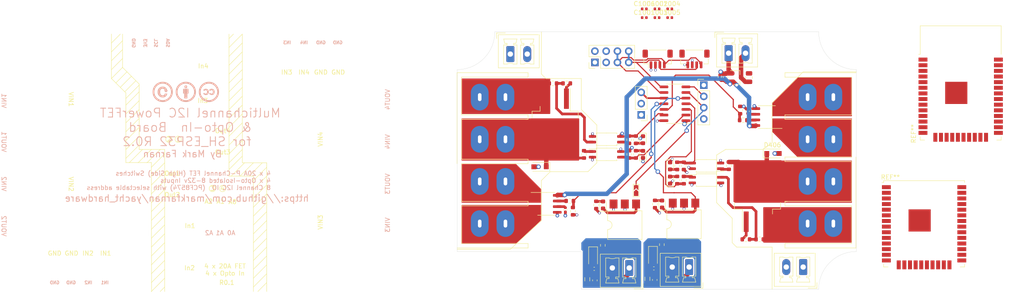
<source format=kicad_pcb>
(kicad_pcb (version 20171130) (host pcbnew "(5.1.8-0-10_14)")
  (title_block (title "Sailor Hat for ESP32") (date 2020-11-25) (rev 0.2.0) (company "Hat Laboratories") (comment 1 https://creativecommons.org/licenses/by-sa/4.0) (comment 2 "To view a copy of this license, visit ") (comment 3 "Sailor Hat for ESP32 is licensed under CC BY-SA 4.0."))
  (layers (0 F.Cu signal) (1 In1.Cu power) (2 In2.Cu power) (31 B.Cu signal) (34 B.Paste user hide) (35 F.Paste user hide) (36 B.SilkS user) (37 F.SilkS user) (38 B.Mask user hide) (39 F.Mask user hide) (44 Edge.Cuts user))
  (net 0 "")
  (net 1 +3V3)
  (net 2 GND)
  (net 3 /SDA)
  (net 4 /SCL)
  (net 5 "Net-(C301-Pad1)")
  (net 6 "/Opto Input/ISO_IN_1")
  (net 7 "Net-(D301-Pad2)")
  (net 8 "Net-(D302-Pad1)")
  (net 9 "Net-(R302-Pad2)")
  (net 10 GND1)
  (net 11 "Net-(C501-Pad1)")
  (net 12 "Net-(C502-Pad1)")
  (net 13 "Net-(C503-Pad1)")
  (net 14 +5V)
  (net 15 OPTO_IN_1)
  (net 16 "Net-(D401-Pad2)")
  (net 17 "Net-(D402-Pad2)")
  (net 18 "Net-(D403-Pad2)")
  (net 19 "Net-(D404-Pad2)")
  (net 20 VOUT_01)
  (net 21 VOUT_02)
  (net 22 /RxD)
  (net 23 /TxD_1-WIRE)
  (net 24 /UPDI)
  (net 25 SENSE_VIPos_01)
  (net 26 SENSE_VINeg_01)
  (net 27 VIN_01)
  (net 28 VIN_02)
  (net 29 "Net-(Q401-Pad1)")
  (net 30 "Net-(Q402-Pad1)")
  (net 31 FETOUT_01)
  (net 32 FETOUT_02)
  (net 33 FETSENSE_01)
  (net 34 "Net-(R404-Pad1)")
  (net 35 "Net-(R406-Pad1)")
  (net 36 "Net-(R409-Pad2)")
  (net 37 "Net-(R410-Pad2)")
  (net 38 "Net-(R413-Pad2)")
  (net 39 "Net-(R414-Pad2)")
  (net 40 VSENSE_01)
  (net 41 "Net-(R503-Pad1)")
  (net 42 "Net-(R504-Pad1)")
  (net 43 SENSE_VINeg_02)
  (net 44 SENSE_VIPos_02)
  (net 45 GND2)
  (net 46 VSENSE_02)
  (net 47 FETSENSE_02)
  (net 48 "/Opto Input/ISO_GND_1")
  (net 49 "/Opto Input/ISO_GND_2")
  (net 50 "Net-(C303-Pad1)")
  (net 51 "/Opto Input/ISO_IN_2")
  (net 52 "Net-(D303-Pad2)")
  (net 53 "Net-(D304-Pad1)")
  (net 54 "Net-(R304-Pad2)")
  (net 55 OPTO_IN_2)
  (module RF_Module:ESP32-WROOM-32U (layer F.Cu) (at 194.25 100.25)
    (fp_text reference REF** (at -7.58 -10.5 180) (layer F.SilkS))
    (fp_text value ESP32-WROOM-32U)
    (pad 38 smd rect (at 8.5 -8.255) (size 2 0.9) (layers F.Cu F.Paste F.Mask))
    (pad 37 smd rect (at 8.5 -6.985) (size 2 0.9) (layers F.Cu F.Paste F.Mask))
    (pad 36 smd rect (at 8.5 -5.715) (size 2 0.9) (layers F.Cu F.Paste F.Mask))
    (pad 35 smd rect (at 8.5 -4.445) (size 2 0.9) (layers F.Cu F.Paste F.Mask))
    (pad 34 smd rect (at 8.5 -3.175) (size 2 0.9) (layers F.Cu F.Paste F.Mask))
    (pad 33 smd rect (at 8.5 -1.905) (size 2 0.9) (layers F.Cu F.Paste F.Mask))
    (pad 32 smd rect (at 8.5 -0.635) (size 2 0.9) (layers F.Cu F.Paste F.Mask))
    (pad 31 smd rect (at 8.5 0.635) (size 2 0.9) (layers F.Cu F.Paste F.Mask))
    (pad 30 smd rect (at 8.5 1.905) (size 2 0.9) (layers F.Cu F.Paste F.Mask))
    (pad 29 smd rect (at 8.5 3.175) (size 2 0.9) (layers F.Cu F.Paste F.Mask))
    (pad 28 smd rect (at 8.5 4.445) (size 2 0.9) (layers F.Cu F.Paste F.Mask))
    (pad 27 smd rect (at 8.5 5.715) (size 2 0.9) (layers F.Cu F.Paste F.Mask))
    (pad 26 smd rect (at 8.5 6.985) (size 2 0.9) (layers F.Cu F.Paste F.Mask))
    (pad 25 smd rect (at 8.5 8.255) (size 2 0.9) (layers F.Cu F.Paste F.Mask))
    (pad 24 smd rect (at 5.715 9.255 90) (size 2 0.9) (layers F.Cu F.Paste F.Mask))
    (pad 23 smd rect (at 4.445 9.255 90) (size 2 0.9) (layers F.Cu F.Paste F.Mask))
    (pad 22 smd rect (at 3.175 9.255 90) (size 2 0.9) (layers F.Cu F.Paste F.Mask))
    (pad 21 smd rect (at 1.905 9.255 90) (size 2 0.9) (layers F.Cu F.Paste F.Mask))
    (pad 20 smd rect (at 0.635 9.255 90) (size 2 0.9) (layers F.Cu F.Paste F.Mask))
    (pad 19 smd rect (at -0.635 9.255 90) (size 2 0.9) (layers F.Cu F.Paste F.Mask))
    (pad 18 smd rect (at -1.905 9.255 90) (size 2 0.9) (layers F.Cu F.Paste F.Mask))
    (pad 17 smd rect (at -3.175 9.255 90) (size 2 0.9) (layers F.Cu F.Paste F.Mask))
    (pad 16 smd rect (at -4.445 9.255 90) (size 2 0.9) (layers F.Cu F.Paste F.Mask))
    (pad 15 smd rect (at -5.715 9.255 270) (size 2 0.9) (layers F.Cu F.Paste F.Mask))
    (pad 14 smd rect (at -8.5 8.255) (size 2 0.9) (layers F.Cu F.Paste F.Mask))
    (pad 13 smd rect (at -8.5 6.985) (size 2 0.9) (layers F.Cu F.Paste F.Mask))
    (pad 12 smd rect (at -8.5 5.715) (size 2 0.9) (layers F.Cu F.Paste F.Mask))
    (pad 11 smd rect (at -8.5 4.445) (size 2 0.9) (layers F.Cu F.Paste F.Mask))
    (pad 10 smd rect (at -8.5 3.175) (size 2 0.9) (layers F.Cu F.Paste F.Mask))
    (pad 9 smd rect (at -8.5 1.905) (size 2 0.9) (layers F.Cu F.Paste F.Mask))
    (pad 8 smd rect (at -8.5 0.635) (size 2 0.9) (layers F.Cu F.Paste F.Mask))
    (pad 7 smd rect (at -8.5 -0.635) (size 2 0.9) (layers F.Cu F.Paste F.Mask))
    (pad 6 smd rect (at -8.5 -1.905) (size 2 0.9) (layers F.Cu F.Paste F.Mask))
    (pad 5 smd rect (at -8.5 -3.175) (size 2 0.9) (layers F.Cu F.Paste F.Mask))
    (pad 4 smd rect (at -8.5 -4.445) (size 2 0.9) (layers F.Cu F.Paste F.Mask))
    (pad 3 smd rect (at -8.5 -5.715) (size 2 0.9) (layers F.Cu F.Paste F.Mask))
    (pad 2 smd rect (at -8.5 -6.985) (size 2 0.9) (layers F.Cu F.Paste F.Mask))
    (pad 1 smd rect (at -8.5 -8.255) (size 2 0.9) (layers F.Cu F.Paste F.Mask))
    (pad 39 smd rect (at -1 -0.755) (size 5 5) (layers F.Cu F.Paste F.Mask))
  )
  (module RF_Module:ESP32-WROOM-32 (layer F.Cu) (at 202.5 71.5)
    (fp_text reference REF** (at -10.61 8.43 90) (layer F.SilkS))
    (fp_text value ESP32-WROOM-32)
    (pad 38 smd rect (at 8.5 -8.255) (size 2 0.9) (layers F.Cu F.Paste F.Mask))
    (pad 37 smd rect (at 8.5 -6.985) (size 2 0.9) (layers F.Cu F.Paste F.Mask))
    (pad 36 smd rect (at 8.5 -5.715) (size 2 0.9) (layers F.Cu F.Paste F.Mask))
    (pad 35 smd rect (at 8.5 -4.445) (size 2 0.9) (layers F.Cu F.Paste F.Mask))
    (pad 34 smd rect (at 8.5 -3.175) (size 2 0.9) (layers F.Cu F.Paste F.Mask))
    (pad 33 smd rect (at 8.5 -1.905) (size 2 0.9) (layers F.Cu F.Paste F.Mask))
    (pad 32 smd rect (at 8.5 -0.635) (size 2 0.9) (layers F.Cu F.Paste F.Mask))
    (pad 31 smd rect (at 8.5 0.635) (size 2 0.9) (layers F.Cu F.Paste F.Mask))
    (pad 30 smd rect (at 8.5 1.905) (size 2 0.9) (layers F.Cu F.Paste F.Mask))
    (pad 29 smd rect (at 8.5 3.175) (size 2 0.9) (layers F.Cu F.Paste F.Mask))
    (pad 28 smd rect (at 8.5 4.445) (size 2 0.9) (layers F.Cu F.Paste F.Mask))
    (pad 27 smd rect (at 8.5 5.715) (size 2 0.9) (layers F.Cu F.Paste F.Mask))
    (pad 26 smd rect (at 8.5 6.985) (size 2 0.9) (layers F.Cu F.Paste F.Mask))
    (pad 25 smd rect (at 8.5 8.255) (size 2 0.9) (layers F.Cu F.Paste F.Mask))
    (pad 24 smd rect (at 5.715 9.255 90) (size 2 0.9) (layers F.Cu F.Paste F.Mask))
    (pad 23 smd rect (at 4.445 9.255 90) (size 2 0.9) (layers F.Cu F.Paste F.Mask))
    (pad 22 smd rect (at 3.175 9.255 90) (size 2 0.9) (layers F.Cu F.Paste F.Mask))
    (pad 21 smd rect (at 1.905 9.255 90) (size 2 0.9) (layers F.Cu F.Paste F.Mask))
    (pad 20 smd rect (at 0.635 9.255 90) (size 2 0.9) (layers F.Cu F.Paste F.Mask))
    (pad 19 smd rect (at -0.635 9.255 90) (size 2 0.9) (layers F.Cu F.Paste F.Mask))
    (pad 18 smd rect (at -1.905 9.255 90) (size 2 0.9) (layers F.Cu F.Paste F.Mask))
    (pad 17 smd rect (at -3.175 9.255 90) (size 2 0.9) (layers F.Cu F.Paste F.Mask))
    (pad 16 smd rect (at -4.445 9.255 90) (size 2 0.9) (layers F.Cu F.Paste F.Mask))
    (pad 15 smd rect (at -5.715 9.255 90) (size 2 0.9) (layers F.Cu F.Paste F.Mask))
    (pad 14 smd rect (at -8.5 8.255) (size 2 0.9) (layers F.Cu F.Paste F.Mask))
    (pad 13 smd rect (at -8.5 6.985) (size 2 0.9) (layers F.Cu F.Paste F.Mask))
    (pad 12 smd rect (at -8.5 5.715) (size 2 0.9) (layers F.Cu F.Paste F.Mask))
    (pad 11 smd rect (at -8.5 4.445) (size 2 0.9) (layers F.Cu F.Paste F.Mask))
    (pad 10 smd rect (at -8.5 3.175) (size 2 0.9) (layers F.Cu F.Paste F.Mask))
    (pad 9 smd rect (at -8.5 1.905) (size 2 0.9) (layers F.Cu F.Paste F.Mask))
    (pad 8 smd rect (at -8.5 0.635) (size 2 0.9) (layers F.Cu F.Paste F.Mask))
    (pad 7 smd rect (at -8.5 -0.635) (size 2 0.9) (layers F.Cu F.Paste F.Mask))
    (pad 6 smd rect (at -8.5 -1.905) (size 2 0.9) (layers F.Cu F.Paste F.Mask))
    (pad 5 smd rect (at -8.5 -3.175) (size 2 0.9) (layers F.Cu F.Paste F.Mask))
    (pad 4 smd rect (at -8.5 -4.445) (size 2 0.9) (layers F.Cu F.Paste F.Mask))
    (pad 3 smd rect (at -8.5 -5.715) (size 2 0.9) (layers F.Cu F.Paste F.Mask))
    (pad 2 smd rect (at -8.5 -6.985) (size 2 0.9) (layers F.Cu F.Paste F.Mask))
    (pad 1 smd rect (at -8.5 -8.255) (size 2 0.9) (layers F.Cu F.Paste F.Mask))
    (pad 39 smd rect (at -1 -0.755) (size 5 5) (layers F.Cu F.Paste F.Mask))
  )
  (module I2CPowerControl:SolderJumper-2_P1.3mm_Open_TrianglePad_Narrow (layer F.Cu) (at 129.35 92.75 90)
    (fp_text reference JP101 hide)
    (fp_text value Jumper_NO_Small)
    (pad 2 smd custom (at 0.7 0 90) (size 0.3 0.3) (layers F.Cu F.Mask) (net 22 /RxD) (options (clearance outline) (anchor rect)) (primitives (gr_poly (pts (xy -0.65 -0.5) (xy 0.5 -0.5) (xy 0.5 0.5) (xy -0.65 0.5) (xy -0.15 0)) (width 0))))
    (pad 1 smd custom (at -0.725 0 90) (size 0.3 0.3) (layers F.Cu F.Mask) (net 55 OPTO_IN_2) (options (clearance outline) (anchor rect)) (primitives (gr_poly (pts (xy -0.5 -0.5) (xy 0.5 -0.5) (xy 1 0) (xy 0.5 0.5) (xy -0.5 0.5)) (width 0))))
  )
  (module Package_DIP:SMDIP-6_W9.53mm (layer F.Cu) (at 126.8 100.55 90)
    (fp_text reference U302 hide)
    (fp_text value H11L1SR2M)
    (pad 6 smd rect (at 4.765 -2.54 90) (size 2 1.78) (layers F.Cu F.Paste F.Mask) (net 1 +3V3))
    (pad 3 smd rect (at -4.765 2.54 90) (size 2 1.78) (layers F.Cu F.Paste F.Mask))
    (pad 5 smd rect (at 4.765 0 90) (size 2 1.78) (layers F.Cu F.Paste F.Mask) (net 2 GND))
    (pad 2 smd rect (at -4.765 0 90) (size 2 1.78) (layers F.Cu F.Paste F.Mask) (net 49 "/Opto Input/ISO_GND_2"))
    (pad 4 smd rect (at 4.765 2.54 90) (size 2 1.78) (layers F.Cu F.Paste F.Mask) (net 55 OPTO_IN_2))
    (pad 1 smd rect (at -4.765 -2.54 90) (size 2 1.78) (layers F.Cu F.Paste F.Mask) (net 54 "Net-(R304-Pad2)"))
  )
  (module Resistor_SMD:R_0603_1608Metric (layer F.Cu) (at 121.85 105.1 270)
    (fp_text reference R304 hide)
    (fp_text value 3k)
    (pad 2 smd roundrect (at 0.825 0 270) (size 0.8 0.95) (layers F.Cu F.Paste F.Mask) (net 54 "Net-(R304-Pad2)"))
    (pad 1 smd roundrect (at -0.825 0 270) (size 0.8 0.95) (layers F.Cu F.Paste F.Mask) (net 53 "Net-(D304-Pad1)"))
  )
  (module Resistor_SMD:R_0603_1608Metric (layer F.Cu) (at 120.35 96 90)
    (fp_text reference R303 hide)
    (fp_text value 1k)
    (pad 2 smd roundrect (at 0.825 0 90) (size 0.8 0.95) (layers F.Cu F.Paste F.Mask) (net 52 "Net-(D303-Pad2)"))
    (pad 1 smd roundrect (at -0.825 0 90) (size 0.8 0.95) (layers F.Cu F.Paste F.Mask) (net 1 +3V3))
  )
  (module Connector_Phoenix_MC:PhoenixContact_MCV_1,5_2-G-3.81_1x02_P3.81mm_Vertical (layer F.Cu) (at 127.8 110.2 180)
    (fp_text reference J302 hide)
    (fp_text value OptoIn)
    (pad 2 thru_hole oval (at 3.81 0 180) (size 1.8 3.6) (drill 1.2) (layers *.Cu *.Mask) (net 49 "/Opto Input/ISO_GND_2"))
    (pad 1 thru_hole roundrect (at 0 0 180) (size 1.8 3.6) (drill 1.2) (layers *.Cu *.Mask) (roundrect_rratio 0.138889) (net 51 "/Opto Input/ISO_IN_2"))
  )
  (module Inductor_SMD:L_0805_2012Metric (layer F.Cu) (at 118.35 112.75 90)
    (fp_text reference FB302 hide)
    (fp_text value GZ2012D101TF)
    (pad 2 smd roundrect (at 1.0625 0 90) (size 0.875 1.2) (layers F.Cu F.Paste F.Mask) (net 50 "Net-(C303-Pad1)"))
    (pad 1 smd roundrect (at -1.0625 0 90) (size 0.875 1.2) (layers F.Cu F.Paste F.Mask) (net 51 "/Opto Input/ISO_IN_2"))
  )
  (module Diode_SMD:D_SOD-123F (layer F.Cu) (at 119.65 107.65 270)
    (fp_text reference D304 hide)
    (fp_text value SM4007PL)
    (pad 2 smd rect (at 1.4 0 270) (size 1.1 1.1) (layers F.Cu F.Paste F.Mask) (net 50 "Net-(C303-Pad1)"))
    (pad 1 smd rect (at -1.4 0 270) (size 1.1 1.1) (layers F.Cu F.Paste F.Mask) (net 53 "Net-(D304-Pad1)"))
  )
  (module LED_SMD:LED_0603_1608Metric (layer F.Cu) (at 121.9 96 90)
    (fp_text reference D303 hide)
    (fp_text value "GREEN LED")
    (pad 2 smd roundrect (at 0.7875 0 90) (size 0.875 0.95) (layers F.Cu F.Paste F.Mask) (net 52 "Net-(D303-Pad2)"))
    (pad 1 smd roundrect (at -0.7875 0 90) (size 0.875 0.95) (layers F.Cu F.Paste F.Mask) (net 55 OPTO_IN_2))
  )
  (module Capacitor_SMD:C_0603_1608Metric (layer F.Cu) (at 120.05 113 90)
    (fp_text reference C304 hide)
    (fp_text value 33pF/50V)
    (pad 2 smd roundrect (at 0.775 0 90) (size 0.9 0.95) (layers F.Cu F.Paste F.Mask) (net 49 "/Opto Input/ISO_GND_2"))
    (pad 1 smd roundrect (at -0.775 0 90) (size 0.9 0.95) (layers F.Cu F.Paste F.Mask) (net 51 "/Opto Input/ISO_IN_2"))
  )
  (module Capacitor_SMD:C_0402_1005Metric (layer F.Cu) (at 119.9 110.4)
    (fp_text reference C303 hide)
    (fp_text value 33pF)
    (pad 2 smd roundrect (at 0.48 0) (size 0.56 0.62) (layers F.Cu F.Paste F.Mask) (net 49 "/Opto Input/ISO_GND_2"))
    (pad 1 smd roundrect (at -0.48 0) (size 0.56 0.62) (layers F.Cu F.Paste F.Mask) (net 50 "Net-(C303-Pad1)"))
  )
  (module Connector_Phoenix_MC:PhoenixContact_MCV_1,5_2-G-3.81_1x02_P3.81mm_Vertical (layer F.Cu) (at 101 62)
    (fp_text reference J402 hide)
    (fp_text value VIN)
    (pad 2 thru_hole oval (at 3.81 0) (size 1.8 3.6) (drill 1.2) (layers *.Cu *.Mask) (net 10 GND1))
    (pad 1 thru_hole roundrect (at 0 0) (size 1.8 3.6) (drill 1.2) (layers *.Cu *.Mask) (roundrect_rratio 0.138889) (net 10 GND1))
  )
  (module Connector_Phoenix_MC:PhoenixContact_MCV_1,5_2-G-3.81_1x02_P3.81mm_Vertical (layer F.Cu) (at 167 110 180)
    (fp_text reference J401 hide)
    (fp_text value VIN)
    (pad 2 thru_hole oval (at 3.81 0 180) (size 1.8 3.6) (drill 1.2) (layers *.Cu *.Mask) (net 45 GND2))
    (pad 1 thru_hole roundrect (at 0 0 180) (size 1.8 3.6) (drill 1.2) (layers *.Cu *.Mask) (roundrect_rratio 0.138889) (net 45 GND2))
  )
  (module Capacitor_SMD:C_0603_1608Metric (layer F.Cu) (at 149.5 67.2 90)
    (fp_text reference C504 hide)
    (fp_text value 2.2uF/16V)
    (pad 2 smd roundrect (at 0.775 0 90) (size 0.9 0.95) (layers F.Cu F.Paste F.Mask) (net 2 GND))
    (pad 1 smd roundrect (at -0.775 0 90) (size 0.9 0.95) (layers F.Cu F.Paste F.Mask) (net 14 +5V))
  )
  (module Connector_JST:JST_SH_BM04B-SRSS-TB_1x04-1MP_P1.00mm_Vertical (layer F.Cu) (at 142.5 63.1)
    (fp_text reference J107 hide)
    (fp_text value QWIIC)
    (pad MP smd roundrect (at 2.8 -1.2) (size 1.2 1.8) (layers F.Cu F.Paste F.Mask) (roundrect_rratio 0.208333))
    (pad MP smd roundrect (at -2.8 -1.2) (size 1.2 1.8) (layers F.Cu F.Paste F.Mask) (roundrect_rratio 0.208333))
    (pad 4 smd roundrect (at 1.5 1.325) (size 0.6 1.55) (layers F.Cu F.Paste F.Mask) (net 4 /SCL))
    (pad 3 smd roundrect (at 0.5 1.325) (size 0.6 1.55) (layers F.Cu F.Paste F.Mask) (net 3 /SDA))
    (pad 2 smd roundrect (at -0.5 1.325) (size 0.6 1.55) (layers F.Cu F.Paste F.Mask) (net 1 +3V3))
    (pad 1 smd roundrect (at -1.5 1.325) (size 0.6 1.55) (layers F.Cu F.Paste F.Mask) (net 2 GND))
  )
  (module Package_SO:SOIC-8_3.9x4.9mm_P1.27mm (layer F.Cu) (at 158.8 76.2 180)
    (fp_text reference U503 hide)
    (fp_text value ACS712ELCTR-20A-T)
    (pad 8 smd roundrect (at 2.475 -1.905 180) (size 1.95 0.6) (layers F.Cu F.Paste F.Mask) (net 14 +5V))
    (pad 7 smd roundrect (at 2.475 -0.635 180) (size 1.95 0.6) (layers F.Cu F.Paste F.Mask) (net 42 "Net-(R504-Pad1)"))
    (pad 6 smd roundrect (at 2.475 0.635 180) (size 1.95 0.6) (layers F.Cu F.Paste F.Mask) (net 13 "Net-(C503-Pad1)"))
    (pad 5 smd roundrect (at 2.475 1.905 180) (size 1.95 0.6) (layers F.Cu F.Paste F.Mask) (net 2 GND))
    (pad 4 smd roundrect (at -2.475 1.905 180) (size 1.95 0.6) (layers F.Cu F.Paste F.Mask) (net 43 SENSE_VINeg_02))
    (pad 3 smd roundrect (at -2.475 0.635 180) (size 1.95 0.6) (layers F.Cu F.Paste F.Mask) (net 43 SENSE_VINeg_02))
    (pad 2 smd roundrect (at -2.475 -0.635 180) (size 1.95 0.6) (layers F.Cu F.Paste F.Mask) (net 44 SENSE_VIPos_02))
    (pad 1 smd roundrect (at -2.475 -1.905 180) (size 1.95 0.6) (layers F.Cu F.Paste F.Mask) (net 44 SENSE_VIPos_02))
  )
  (module Package_SO:SOIC-8_3.9x4.9mm_P1.27mm (layer F.Cu) (at 109.1 95.75)
    (fp_text reference U502 hide)
    (fp_text value ACS712ELCTR-20A-T)
    (pad 8 smd roundrect (at 2.475 -1.905) (size 1.95 0.6) (layers F.Cu F.Paste F.Mask) (net 14 +5V))
    (pad 7 smd roundrect (at 2.475 -0.635) (size 1.95 0.6) (layers F.Cu F.Paste F.Mask) (net 41 "Net-(R503-Pad1)"))
    (pad 6 smd roundrect (at 2.475 0.635) (size 1.95 0.6) (layers F.Cu F.Paste F.Mask) (net 12 "Net-(C502-Pad1)"))
    (pad 5 smd roundrect (at 2.475 1.905) (size 1.95 0.6) (layers F.Cu F.Paste F.Mask) (net 2 GND))
    (pad 4 smd roundrect (at -2.475 1.905) (size 1.95 0.6) (layers F.Cu F.Paste F.Mask) (net 26 SENSE_VINeg_01))
    (pad 3 smd roundrect (at -2.475 0.635) (size 1.95 0.6) (layers F.Cu F.Paste F.Mask) (net 26 SENSE_VINeg_01))
    (pad 2 smd roundrect (at -2.475 -0.635) (size 1.95 0.6) (layers F.Cu F.Paste F.Mask) (net 25 SENSE_VIPos_01))
    (pad 1 smd roundrect (at -2.475 -1.905) (size 1.95 0.6) (layers F.Cu F.Paste F.Mask) (net 25 SENSE_VIPos_01))
  )
  (module Package_TO_SOT_SMD:SOT-23 (layer F.Cu) (at 152 67.3)
    (fp_text reference U501 hide)
    (fp_text value H7550-H#)
    (pad 3 smd rect (at 1 0) (size 0.9 0.8) (layers F.Cu F.Paste F.Mask) (net 11 "Net-(C501-Pad1)"))
    (pad 2 smd rect (at -1 0.95) (size 0.9 0.8) (layers F.Cu F.Paste F.Mask) (net 14 +5V))
    (pad 1 smd rect (at -1 -0.95) (size 0.9 0.8) (layers F.Cu F.Paste F.Mask) (net 2 GND))
  )
  (module Package_SO:SOP-4_4.4x2.6mm_P1.27mm (layer F.Cu) (at 145.2 87.2 180)
    (fp_text reference U404 hide)
    (fp_text value "EL3H7(C)(TA)-G")
    (pad 4 smd roundrect (at 3.1875 -0.635 180) (size 1.625 0.6) (layers F.Cu F.Paste F.Mask) (net 1 +3V3))
    (pad 3 smd roundrect (at 3.1875 0.635 180) (size 1.625 0.6) (layers F.Cu F.Paste F.Mask) (net 47 FETSENSE_02))
    (pad 2 smd roundrect (at -3.1875 0.635 180) (size 1.625 0.6) (layers F.Cu F.Paste F.Mask) (net 45 GND2))
    (pad 1 smd roundrect (at -3.1875 -0.635 180) (size 1.625 0.6) (layers F.Cu F.Paste F.Mask) (net 39 "Net-(R414-Pad2)"))
  )
  (module Package_SO:SOP-4_4.4x2.6mm_P1.27mm (layer F.Cu) (at 122.7 84.6)
    (fp_text reference U403 hide)
    (fp_text value "EL3H7(C)(TA)-G")
    (pad 4 smd roundrect (at 3.1875 -0.635) (size 1.625 0.6) (layers F.Cu F.Paste F.Mask) (net 1 +3V3))
    (pad 3 smd roundrect (at 3.1875 0.635) (size 1.625 0.6) (layers F.Cu F.Paste F.Mask) (net 33 FETSENSE_01))
    (pad 2 smd roundrect (at -3.1875 0.635) (size 1.625 0.6) (layers F.Cu F.Paste F.Mask) (net 10 GND1))
    (pad 1 smd roundrect (at -3.1875 -0.635) (size 1.625 0.6) (layers F.Cu F.Paste F.Mask) (net 38 "Net-(R413-Pad2)"))
  )
  (module Package_SO:SOP-4_4.4x2.6mm_P1.27mm (layer F.Cu) (at 145.2 90.4)
    (fp_text reference U402 hide)
    (fp_text value "EL3H7(C)(TA)-G")
    (pad 4 smd roundrect (at 3.1875 -0.635) (size 1.625 0.6) (layers F.Cu F.Paste F.Mask) (net 37 "Net-(R410-Pad2)"))
    (pad 3 smd roundrect (at 3.1875 0.635) (size 1.625 0.6) (layers F.Cu F.Paste F.Mask) (net 45 GND2))
    (pad 2 smd roundrect (at -3.1875 0.635) (size 1.625 0.6) (layers F.Cu F.Paste F.Mask) (net 2 GND))
    (pad 1 smd roundrect (at -3.1875 -0.635) (size 1.625 0.6) (layers F.Cu F.Paste F.Mask) (net 35 "Net-(R406-Pad1)"))
  )
  (module Package_SO:SOP-4_4.4x2.6mm_P1.27mm (layer F.Cu) (at 122.7 81.2 180)
    (fp_text reference U401 hide)
    (fp_text value "EL3H7(C)(TA)-G")
    (pad 4 smd roundrect (at 3.1875 -0.635 180) (size 1.625 0.6) (layers F.Cu F.Paste F.Mask) (net 36 "Net-(R409-Pad2)"))
    (pad 3 smd roundrect (at 3.1875 0.635 180) (size 1.625 0.6) (layers F.Cu F.Paste F.Mask) (net 10 GND1))
    (pad 2 smd roundrect (at -3.1875 0.635 180) (size 1.625 0.6) (layers F.Cu F.Paste F.Mask) (net 2 GND))
    (pad 1 smd roundrect (at -3.1875 -0.635 180) (size 1.625 0.6) (layers F.Cu F.Paste F.Mask) (net 34 "Net-(R404-Pad1)"))
  )
  (module Package_DIP:SMDIP-6_W9.53mm (layer F.Cu) (at 140.15 100.35 90)
    (fp_text reference U301 hide)
    (fp_text value H11L1SR2M)
    (pad 6 smd rect (at 4.765 -2.54 90) (size 2 1.78) (layers F.Cu F.Paste F.Mask) (net 1 +3V3))
    (pad 3 smd rect (at -4.765 2.54 90) (size 2 1.78) (layers F.Cu F.Paste F.Mask))
    (pad 5 smd rect (at 4.765 0 90) (size 2 1.78) (layers F.Cu F.Paste F.Mask) (net 2 GND))
    (pad 2 smd rect (at -4.765 0 90) (size 2 1.78) (layers F.Cu F.Paste F.Mask) (net 48 "/Opto Input/ISO_GND_1"))
    (pad 4 smd rect (at 4.765 2.54 90) (size 2 1.78) (layers F.Cu F.Paste F.Mask) (net 15 OPTO_IN_1))
    (pad 1 smd rect (at -4.765 -2.54 90) (size 2 1.78) (layers F.Cu F.Paste F.Mask) (net 9 "Net-(R302-Pad2)"))
  )
  (module Package_SO:SOIC-14_3.9x8.7mm_P1.27mm (layer F.Cu) (at 138.1 73.2 180)
    (fp_text reference U101 hide)
    (fp_text value ATtiny1614-SS)
    (pad 14 smd roundrect (at 2.475 -3.81 180) (size 1.95 0.6) (layers F.Cu F.Paste F.Mask) (net 2 GND))
    (pad 13 smd roundrect (at 2.475 -2.54 180) (size 1.95 0.6) (layers F.Cu F.Paste F.Mask) (net 31 FETOUT_01))
    (pad 12 smd roundrect (at 2.475 -1.27 180) (size 1.95 0.6) (layers F.Cu F.Paste F.Mask) (net 46 VSENSE_02))
    (pad 11 smd roundrect (at 2.475 0 180) (size 1.95 0.6) (layers F.Cu F.Paste F.Mask) (net 40 VSENSE_01))
    (pad 10 smd roundrect (at 2.475 1.27 180) (size 1.95 0.6) (layers F.Cu F.Paste F.Mask) (net 24 /UPDI))
    (pad 9 smd roundrect (at 2.475 2.54 180) (size 1.95 0.6) (layers F.Cu F.Paste F.Mask) (net 4 /SCL))
    (pad 8 smd roundrect (at 2.475 3.81 180) (size 1.95 0.6) (layers F.Cu F.Paste F.Mask) (net 3 /SDA))
    (pad 7 smd roundrect (at -2.475 3.81 180) (size 1.95 0.6) (layers F.Cu F.Paste F.Mask) (net 23 /TxD_1-WIRE))
    (pad 6 smd roundrect (at -2.475 2.54 180) (size 1.95 0.6) (layers F.Cu F.Paste F.Mask) (net 22 /RxD))
    (pad 5 smd roundrect (at -2.475 1.27 180) (size 1.95 0.6) (layers F.Cu F.Paste F.Mask) (net 15 OPTO_IN_1))
    (pad 4 smd roundrect (at -2.475 0 180) (size 1.95 0.6) (layers F.Cu F.Paste F.Mask) (net 47 FETSENSE_02))
    (pad 3 smd roundrect (at -2.475 -1.27 180) (size 1.95 0.6) (layers F.Cu F.Paste F.Mask) (net 32 FETOUT_02))
    (pad 2 smd roundrect (at -2.475 -2.54 180) (size 1.95 0.6) (layers F.Cu F.Paste F.Mask) (net 33 FETSENSE_01))
    (pad 1 smd roundrect (at -2.475 -3.81 180) (size 1.95 0.6) (layers F.Cu F.Paste F.Mask) (net 1 +3V3))
  )
  (module Resistor_SMD:R_0603_1608Metric (layer F.Cu) (at 153.5 76.9 180)
    (fp_text reference R504 hide)
    (fp_text value 470)
    (pad 2 smd roundrect (at 0.825 0 180) (size 0.8 0.95) (layers F.Cu F.Paste F.Mask) (net 46 VSENSE_02))
    (pad 1 smd roundrect (at -0.825 0 180) (size 0.8 0.95) (layers F.Cu F.Paste F.Mask) (net 42 "Net-(R504-Pad1)"))
  )
  (module Resistor_SMD:R_0603_1608Metric (layer F.Cu) (at 114.4 95.1)
    (fp_text reference R503 hide)
    (fp_text value 470)
    (pad 2 smd roundrect (at 0.825 0) (size 0.8 0.95) (layers F.Cu F.Paste F.Mask) (net 40 VSENSE_01))
    (pad 1 smd roundrect (at -0.825 0) (size 0.8 0.95) (layers F.Cu F.Paste F.Mask) (net 41 "Net-(R503-Pad1)"))
  )
  (module Resistor_SMD:R_0603_1608Metric (layer F.Cu) (at 152.8 74.625 90)
    (fp_text reference R502 hide)
    (fp_text value 10k)
    (pad 2 smd roundrect (at 0.825 0 90) (size 0.8 0.95) (layers F.Cu F.Paste F.Mask) (net 2 GND))
    (pad 1 smd roundrect (at -0.825 0 90) (size 0.8 0.95) (layers F.Cu F.Paste F.Mask) (net 46 VSENSE_02))
  )
  (module Resistor_SMD:R_0603_1608Metric (layer F.Cu) (at 115.1 97.4 270)
    (fp_text reference R501 hide)
    (fp_text value 10k)
    (pad 2 smd roundrect (at 0.825 0 270) (size 0.8 0.95) (layers F.Cu F.Paste F.Mask) (net 2 GND))
    (pad 1 smd roundrect (at -0.825 0 270) (size 0.8 0.95) (layers F.Cu F.Paste F.Mask) (net 40 VSENSE_01))
  )
  (module Resistor_SMD:R_0603_1608Metric (layer F.Cu) (at 150.25 87.15 270)
    (fp_text reference R414 hide)
    (fp_text value 2.2k)
    (pad 2 smd roundrect (at 0.825 0 270) (size 0.8 0.95) (layers F.Cu F.Paste F.Mask) (net 39 "Net-(R414-Pad2)"))
    (pad 1 smd roundrect (at -0.825 0 270) (size 0.8 0.95) (layers F.Cu F.Paste F.Mask) (net 21 VOUT_02))
  )
  (module Resistor_SMD:R_0603_1608Metric (layer F.Cu) (at 117.6 84.6 90)
    (fp_text reference R413 hide)
    (fp_text value 2.2k)
    (pad 2 smd roundrect (at 0.825 0 90) (size 0.8 0.95) (layers F.Cu F.Paste F.Mask) (net 38 "Net-(R413-Pad2)"))
    (pad 1 smd roundrect (at -0.825 0 90) (size 0.8 0.95) (layers F.Cu F.Paste F.Mask) (net 20 VOUT_01))
  )
  (module Resistor_SMD:R_0603_1608Metric (layer F.Cu) (at 154.1 103.75)
    (fp_text reference R412 hide)
    (fp_text value 1k)
    (pad 2 smd roundrect (at 0.825 0) (size 0.8 0.95) (layers F.Cu F.Paste F.Mask) (net 37 "Net-(R410-Pad2)"))
    (pad 1 smd roundrect (at -0.825 0) (size 0.8 0.95) (layers F.Cu F.Paste F.Mask) (net 30 "Net-(Q402-Pad1)"))
  )
  (module Resistor_SMD:R_0603_1608Metric (layer F.Cu) (at 113.7 68.6 180)
    (fp_text reference R411 hide)
    (fp_text value 1k)
    (pad 2 smd roundrect (at 0.825 0 180) (size 0.8 0.95) (layers F.Cu F.Paste F.Mask) (net 36 "Net-(R409-Pad2)"))
    (pad 1 smd roundrect (at -0.825 0 180) (size 0.8 0.95) (layers F.Cu F.Paste F.Mask) (net 29 "Net-(Q401-Pad1)"))
  )
  (module Resistor_SMD:R_0603_1608Metric (layer F.Cu) (at 157.2 103.75 180)
    (fp_text reference R410 hide)
    (fp_text value 10k)
    (pad 2 smd roundrect (at 0.825 0 180) (size 0.8 0.95) (layers F.Cu F.Paste F.Mask) (net 37 "Net-(R410-Pad2)"))
    (pad 1 smd roundrect (at -0.825 0 180) (size 0.8 0.95) (layers F.Cu F.Paste F.Mask) (net 28 VIN_02))
  )
  (module Resistor_SMD:R_0603_1608Metric (layer F.Cu) (at 110.6 68.6)
    (fp_text reference R409 hide)
    (fp_text value 10k)
    (pad 2 smd roundrect (at 0.825 0) (size 0.8 0.95) (layers F.Cu F.Paste F.Mask) (net 36 "Net-(R409-Pad2)"))
    (pad 1 smd roundrect (at -0.825 0) (size 0.8 0.95) (layers F.Cu F.Paste F.Mask) (net 27 VIN_01))
  )
  (module Resistor_SMD:R_0603_1608Metric (layer F.Cu) (at 138.6 87.2 270)
    (fp_text reference R408 hide)
    (fp_text value 2k)
    (pad 2 smd roundrect (at 0.825 0 270) (size 0.8 0.95) (layers F.Cu F.Paste F.Mask) (net 19 "Net-(D404-Pad2)"))
    (pad 1 smd roundrect (at -0.825 0 270) (size 0.8 0.95) (layers F.Cu F.Paste F.Mask) (net 47 FETSENSE_02))
  )
  (module Resistor_SMD:R_0603_1608Metric (layer F.Cu) (at 129.3 84.6 90)
    (fp_text reference R407 hide)
    (fp_text value 2k)
    (pad 2 smd roundrect (at 0.825 0 90) (size 0.8 0.95) (layers F.Cu F.Paste F.Mask) (net 18 "Net-(D403-Pad2)"))
    (pad 1 smd roundrect (at -0.825 0 90) (size 0.8 0.95) (layers F.Cu F.Paste F.Mask) (net 33 FETSENSE_01))
  )
  (module Resistor_SMD:R_0603_1608Metric (layer F.Cu) (at 140.1 90.4 270)
    (fp_text reference R406 hide)
    (fp_text value 220R)
    (pad 2 smd roundrect (at 0.825 0 270) (size 0.8 0.95) (layers F.Cu F.Paste F.Mask) (net 32 FETOUT_02))
    (pad 1 smd roundrect (at -0.825 0 270) (size 0.8 0.95) (layers F.Cu F.Paste F.Mask) (net 35 "Net-(R406-Pad1)"))
  )
  (module Resistor_SMD:R_0603_1608Metric (layer F.Cu) (at 140.1 87.2 90)
    (fp_text reference R405 hide)
    (fp_text value 2.2k)
    (pad 2 smd roundrect (at 0.825 0 90) (size 0.8 0.95) (layers F.Cu F.Paste F.Mask) (net 47 FETSENSE_02))
    (pad 1 smd roundrect (at -0.825 0 90) (size 0.8 0.95) (layers F.Cu F.Paste F.Mask) (net 2 GND))
  )
  (module Resistor_SMD:R_0603_1608Metric (layer F.Cu) (at 127.775 81.3 90)
    (fp_text reference R404 hide)
    (fp_text value 220R)
    (pad 2 smd roundrect (at 0.825 0 90) (size 0.8 0.95) (layers F.Cu F.Paste F.Mask) (net 31 FETOUT_01))
    (pad 1 smd roundrect (at -0.825 0 90) (size 0.8 0.95) (layers F.Cu F.Paste F.Mask) (net 34 "Net-(R404-Pad1)"))
  )
  (module Resistor_SMD:R_0603_1608Metric (layer F.Cu) (at 127.8 84.6 270)
    (fp_text reference R403 hide)
    (fp_text value 2.2k)
    (pad 2 smd roundrect (at 0.825 0 270) (size 0.8 0.95) (layers F.Cu F.Paste F.Mask) (net 33 FETSENSE_01))
    (pad 1 smd roundrect (at -0.825 0 270) (size 0.8 0.95) (layers F.Cu F.Paste F.Mask) (net 2 GND))
  )
  (module Resistor_SMD:R_0603_1608Metric (layer F.Cu) (at 138.6 90.4 90)
    (fp_text reference R402 hide)
    (fp_text value 2k)
    (pad 2 smd roundrect (at 0.825 0 90) (size 0.8 0.95) (layers F.Cu F.Paste F.Mask) (net 17 "Net-(D402-Pad2)"))
    (pad 1 smd roundrect (at -0.825 0 90) (size 0.8 0.95) (layers F.Cu F.Paste F.Mask) (net 32 FETOUT_02))
  )
  (module Resistor_SMD:R_0603_1608Metric (layer F.Cu) (at 129.3 81.3 270)
    (fp_text reference R401 hide)
    (fp_text value 2k)
    (pad 2 smd roundrect (at 0.825 0 270) (size 0.8 0.95) (layers F.Cu F.Paste F.Mask) (net 16 "Net-(D401-Pad2)"))
    (pad 1 smd roundrect (at -0.825 0 270) (size 0.8 0.95) (layers F.Cu F.Paste F.Mask) (net 31 FETOUT_01))
  )
  (module Resistor_SMD:R_0603_1608Metric (layer F.Cu) (at 135.15 104.95 270)
    (fp_text reference R302 hide)
    (fp_text value 3k)
    (pad 2 smd roundrect (at 0.825 0 270) (size 0.8 0.95) (layers F.Cu F.Paste F.Mask) (net 9 "Net-(R302-Pad2)"))
    (pad 1 smd roundrect (at -0.825 0 270) (size 0.8 0.95) (layers F.Cu F.Paste F.Mask) (net 8 "Net-(D302-Pad1)"))
  )
  (module Resistor_SMD:R_0603_1608Metric (layer F.Cu) (at 133.6 95.8 90)
    (fp_text reference R301 hide)
    (fp_text value 1k)
    (pad 2 smd roundrect (at 0.825 0 90) (size 0.8 0.95) (layers F.Cu F.Paste F.Mask) (net 7 "Net-(D301-Pad2)"))
    (pad 1 smd roundrect (at -0.825 0 90) (size 0.8 0.95) (layers F.Cu F.Paste F.Mask) (net 1 +3V3))
  )
  (module Package_TO_SOT_SMD:TO-263-2 (layer F.Cu) (at 156.7 94 90)
    (fp_text reference Q402 hide)
    (fp_text value IRF5210STRLPBF)
    (pad 2 smd rect (at 3.375 0 90) (size 9.4 10.8) (layers F.Cu F.Mask) (net 21 VOUT_02))
    (pad 3 smd rect (at -5.775 2.54 90) (size 4.6 1.1) (layers F.Cu F.Paste F.Mask) (net 28 VIN_02))
    (pad 1 smd rect (at -5.775 -2.54 90) (size 4.6 1.1) (layers F.Cu F.Paste F.Mask) (net 30 "Net-(Q402-Pad1)"))
  )
  (module Package_TO_SOT_SMD:TO-263-2 (layer F.Cu) (at 111.1 77.825 270)
    (fp_text reference Q401 hide)
    (fp_text value IRF5210STRLPBF)
    (pad 2 smd rect (at 3.375 0 270) (size 9.4 10.8) (layers F.Cu F.Mask) (net 20 VOUT_01))
    (pad 3 smd rect (at -5.775 2.54 270) (size 4.6 1.1) (layers F.Cu F.Paste F.Mask) (net 27 VIN_01))
    (pad 1 smd rect (at -5.775 -2.54 270) (size 4.6 1.1) (layers F.Cu F.Paste F.Mask) (net 29 "Net-(Q401-Pad1)"))
  )
  (module Connector_Phoenix_MC:PhoenixContact_MCV_1,5_2-G-3.81_1x02_P3.81mm_Vertical (layer F.Cu) (at 150.2 61.8)
    (fp_text reference J501 hide)
    (fp_text value VIN)
    (pad 2 thru_hole oval (at 3.81 0) (size 1.8 3.6) (drill 1.2) (layers *.Cu *.Mask) (net 11 "Net-(C501-Pad1)"))
    (pad 1 thru_hole roundrect (at 0 0) (size 1.8 3.6) (drill 1.2) (layers *.Cu *.Mask) (roundrect_rratio 0.138889) (net 2 GND))
  )
  (module Connector_Phoenix_MC:PhoenixContact_MCV_1,5_2-G-3.81_1x02_P3.81mm_Vertical (layer F.Cu) (at 141.3 110 180)
    (fp_text reference J301 hide)
    (fp_text value OptoIn)
    (pad 2 thru_hole oval (at 3.81 0 180) (size 1.8 3.6) (drill 1.2) (layers *.Cu *.Mask) (net 48 "/Opto Input/ISO_GND_1"))
    (pad 1 thru_hole roundrect (at 0 0 180) (size 1.8 3.6) (drill 1.2) (layers *.Cu *.Mask) (roundrect_rratio 0.138889) (net 6 "/Opto Input/ISO_IN_1"))
  )
  (module I2CPowerControl:Connector_9.5mm_ScrewTerminal_4-Reversable (layer F.Cu) (at 170.9 95.7 90)
    (fp_text reference J106 hide)
    (fp_text value DBT50G-9.5-4P)
    (pad 4 thru_hole oval (at 24 -2.9 90) (size 6 4) (drill oval 1.8 0.8) (layers *.Cu *.Mask) (net 43 SENSE_VINeg_02))
    (pad 3 thru_hole oval (at 14.5 -2.9 90) (size 6 4) (drill oval 1.8 0.8) (layers *.Cu *.Mask) (net 44 SENSE_VIPos_02))
    (pad 2 thru_hole oval (at 5 -2.9 90) (size 6 4) (drill oval 1.8 0.8) (layers *.Cu *.Mask) (net 21 VOUT_02))
    (pad 1 thru_hole oval (at -4.5 -2.9 90) (size 6 4) (drill oval 1.8 0.8) (layers *.Cu *.Mask) (net 28 VIN_02))
    (pad 4 thru_hole oval (at 24 2.9 90) (size 6 4) (drill oval 1.8 0.8) (layers *.Cu *.Mask) (net 43 SENSE_VINeg_02))
    (pad 3 thru_hole oval (at 14.5 2.9 90) (size 6 4) (drill oval 1.8 0.8) (layers *.Cu *.Mask) (net 44 SENSE_VIPos_02))
    (pad 2 thru_hole oval (at 5 2.9 90) (size 6 4) (drill oval 1.8 0.8) (layers *.Cu *.Mask) (net 21 VOUT_02))
    (pad 1 thru_hole oval (at -4.5 2.9 90) (size 6 4) (drill oval 1.8 0.8) (layers *.Cu *.Mask) (net 28 VIN_02))
  )
  (module I2CPowerControl:Connector_9.5mm_ScrewTerminal_4-Reversable (layer F.Cu) (at 97 76.2 270)
    (fp_text reference J105 hide)
    (fp_text value DBT50G-9.5-4P)
    (pad 4 thru_hole oval (at 24 -2.9 270) (size 6 4) (drill oval 1.8 0.8) (layers *.Cu *.Mask) (net 26 SENSE_VINeg_01))
    (pad 3 thru_hole oval (at 14.5 -2.9 270) (size 6 4) (drill oval 1.8 0.8) (layers *.Cu *.Mask) (net 25 SENSE_VIPos_01))
    (pad 2 thru_hole oval (at 5 -2.9 270) (size 6 4) (drill oval 1.8 0.8) (layers *.Cu *.Mask) (net 20 VOUT_01))
    (pad 1 thru_hole oval (at -4.5 -2.9 270) (size 6 4) (drill oval 1.8 0.8) (layers *.Cu *.Mask) (net 27 VIN_01))
    (pad 4 thru_hole oval (at 24 2.9 270) (size 6 4) (drill oval 1.8 0.8) (layers *.Cu *.Mask) (net 26 SENSE_VINeg_01))
    (pad 3 thru_hole oval (at 14.5 2.9 270) (size 6 4) (drill oval 1.8 0.8) (layers *.Cu *.Mask) (net 25 SENSE_VIPos_01))
    (pad 2 thru_hole oval (at 5 2.9 270) (size 6 4) (drill oval 1.8 0.8) (layers *.Cu *.Mask) (net 20 VOUT_01))
    (pad 1 thru_hole oval (at -4.5 2.9 270) (size 6 4) (drill oval 1.8 0.8) (layers *.Cu *.Mask) (net 27 VIN_01))
  )
  (module Connector_JST:JST_SH_BM04B-SRSS-TB_1x04-1MP_P1.00mm_Vertical (layer F.Cu) (at 134.2 63.1)
    (fp_text reference J104 hide)
    (fp_text value QWIIC)
    (pad MP smd roundrect (at 2.8 -1.2) (size 1.2 1.8) (layers F.Cu F.Paste F.Mask) (roundrect_rratio 0.208333))
    (pad MP smd roundrect (at -2.8 -1.2) (size 1.2 1.8) (layers F.Cu F.Paste F.Mask) (roundrect_rratio 0.208333))
    (pad 4 smd roundrect (at 1.5 1.325) (size 0.6 1.55) (layers F.Cu F.Paste F.Mask) (net 4 /SCL))
    (pad 3 smd roundrect (at 0.5 1.325) (size 0.6 1.55) (layers F.Cu F.Paste F.Mask) (net 3 /SDA))
    (pad 2 smd roundrect (at -0.5 1.325) (size 0.6 1.55) (layers F.Cu F.Paste F.Mask) (net 1 +3V3))
    (pad 1 smd roundrect (at -1.5 1.325) (size 0.6 1.55) (layers F.Cu F.Paste F.Mask) (net 2 GND))
  )
  (module Connector_PinHeader_2.54mm:PinHeader_1x03_P2.54mm_Vertical (layer F.Cu) (at 130.5 75.7 180)
    (fp_text reference J103 hide)
    (fp_text value UPDI)
    (pad 3 thru_hole oval (at 0 5.08 180) (size 1.7 1.7) (drill 1) (layers *.Cu *.Mask) (net 24 /UPDI))
    (pad 2 thru_hole oval (at 0 2.54 180) (size 1.7 1.7) (drill 1) (layers *.Cu *.Mask) (net 2 GND))
    (pad 1 thru_hole rect (at 0 0 180) (size 1.7 1.7) (drill 1) (layers *.Cu *.Mask) (net 1 +3V3))
  )
  (module Connector_PinHeader_2.54mm:PinHeader_1x04_P2.54mm_Vertical (layer F.Cu) (at 144.6 69)
    (fp_text reference J102 hide)
    (fp_text value 1-WIRE)
    (pad 4 thru_hole oval (at 0 7.62) (size 1.7 1.7) (drill 1) (layers *.Cu *.Mask) (net 2 GND))
    (pad 3 thru_hole oval (at 0 5.08) (size 1.7 1.7) (drill 1) (layers *.Cu *.Mask) (net 22 /RxD))
    (pad 2 thru_hole oval (at 0 2.54) (size 1.7 1.7) (drill 1) (layers *.Cu *.Mask) (net 23 /TxD_1-WIRE))
    (pad 1 thru_hole rect (at 0 0) (size 1.7 1.7) (drill 1) (layers *.Cu *.Mask) (net 1 +3V3))
  )
  (module Inductor_SMD:L_0805_2012Metric (layer F.Cu) (at 131.9 112.65 90)
    (fp_text reference FB301 hide)
    (fp_text value GZ2012D101TF)
    (pad 2 smd roundrect (at 1.0625 0 90) (size 0.875 1.2) (layers F.Cu F.Paste F.Mask) (net 5 "Net-(C301-Pad1)"))
    (pad 1 smd roundrect (at -1.0625 0 90) (size 0.875 1.2) (layers F.Cu F.Paste F.Mask) (net 6 "/Opto Input/ISO_IN_1"))
  )
  (module Diode_SMD:D_SOD-123F (layer F.Cu) (at 160.2 84.4)
    (fp_text reference D406 (at -0.127 -1.905) (layer F.SilkS))
    (fp_text value SM4007PL)
    (pad 2 smd rect (at 1.4 0) (size 1.1 1.1) (layers F.Cu F.Paste F.Mask) (net 45 GND2))
    (pad 1 smd rect (at -1.4 0) (size 1.1 1.1) (layers F.Cu F.Paste F.Mask) (net 21 VOUT_02))
  )
  (module Diode_SMD:D_SOD-123F (layer F.Cu) (at 107.7 87.4 180)
    (fp_text reference D405 hide)
    (fp_text value SM4007PL)
    (pad 2 smd rect (at 1.4 0 180) (size 1.1 1.1) (layers F.Cu F.Paste F.Mask) (net 10 GND1))
    (pad 1 smd rect (at -1.4 0 180) (size 1.1 1.1) (layers F.Cu F.Paste F.Mask) (net 20 VOUT_01))
  )
  (module LED_SMD:LED_0603_1608Metric (layer F.Cu) (at 137 87.2 270)
    (fp_text reference D404 hide)
    (fp_text value "GREEN LED")
    (pad 2 smd roundrect (at 0.7875 0 270) (size 0.875 0.95) (layers F.Cu F.Paste F.Mask) (net 19 "Net-(D404-Pad2)"))
    (pad 1 smd roundrect (at -0.7875 0 270) (size 0.875 0.95) (layers F.Cu F.Paste F.Mask) (net 2 GND))
  )
  (module LED_SMD:LED_0603_1608Metric (layer F.Cu) (at 130.9 84.6 90)
    (fp_text reference D403 hide)
    (fp_text value "GREEN LED")
    (pad 2 smd roundrect (at 0.7875 0 90) (size 0.875 0.95) (layers F.Cu F.Paste F.Mask) (net 18 "Net-(D403-Pad2)"))
    (pad 1 smd roundrect (at -0.7875 0 90) (size 0.875 0.95) (layers F.Cu F.Paste F.Mask) (net 2 GND))
  )
  (module LED_SMD:LED_0603_1608Metric (layer F.Cu) (at 137 90.4 90)
    (fp_text reference D402 hide)
    (fp_text value "BLUE LED")
    (pad 2 smd roundrect (at 0.7875 0 90) (size 0.875 0.95) (layers F.Cu F.Paste F.Mask) (net 17 "Net-(D402-Pad2)"))
    (pad 1 smd roundrect (at -0.7875 0 90) (size 0.875 0.95) (layers F.Cu F.Paste F.Mask) (net 2 GND))
  )
  (module LED_SMD:LED_0603_1608Metric (layer F.Cu) (at 130.9 81.3 270)
    (fp_text reference D401 hide)
    (fp_text value "BLUE LED")
    (pad 2 smd roundrect (at 0.7875 0 270) (size 0.875 0.95) (layers F.Cu F.Paste F.Mask) (net 16 "Net-(D401-Pad2)"))
    (pad 1 smd roundrect (at -0.7875 0 270) (size 0.875 0.95) (layers F.Cu F.Paste F.Mask) (net 2 GND))
  )
  (module Diode_SMD:D_SOD-123F (layer F.Cu) (at 133.15 107.55 270)
    (fp_text reference D302 hide)
    (fp_text value SM4007PL)
    (pad 2 smd rect (at 1.4 0 270) (size 1.1 1.1) (layers F.Cu F.Paste F.Mask) (net 5 "Net-(C301-Pad1)"))
    (pad 1 smd rect (at -1.4 0 270) (size 1.1 1.1) (layers F.Cu F.Paste F.Mask) (net 8 "Net-(D302-Pad1)"))
  )
  (module LED_SMD:LED_0603_1608Metric (layer F.Cu) (at 135.2 95.8 90)
    (fp_text reference D301 hide)
    (fp_text value "GREEN LED")
    (pad 2 smd roundrect (at 0.7875 0 90) (size 0.875 0.95) (layers F.Cu F.Paste F.Mask) (net 7 "Net-(D301-Pad2)"))
    (pad 1 smd roundrect (at -0.7875 0 90) (size 0.875 0.95) (layers F.Cu F.Paste F.Mask) (net 15 OPTO_IN_1))
  )
  (module Capacitor_SMD:C_0402_1005Metric (layer F.Cu) (at 131.19 51.82)
    (fp_text reference C1006 (at 0 -1.16) (layer F.SilkS))
    (fp_text value 100nF)
    (pad 2 smd roundrect (at 0.48 0) (size 0.56 0.62) (layers F.Cu F.Paste F.Mask) (net 1 +3V3))
    (pad 1 smd roundrect (at -0.48 0) (size 0.56 0.62) (layers F.Cu F.Paste F.Mask) (net 2 GND))
  )
  (module Capacitor_SMD:C_0402_1005Metric (layer F.Cu) (at 136.93 53.79)
    (fp_text reference C1005 (at 0 -1.16) (layer F.SilkS))
    (fp_text value 100nF)
    (pad 2 smd roundrect (at 0.48 0) (size 0.56 0.62) (layers F.Cu F.Paste F.Mask) (net 1 +3V3))
    (pad 1 smd roundrect (at -0.48 0) (size 0.56 0.62) (layers F.Cu F.Paste F.Mask) (net 2 GND))
  )
  (module Capacitor_SMD:C_0402_1005Metric (layer F.Cu) (at 136.93 51.82)
    (fp_text reference C1004 (at 0 -1.16) (layer F.SilkS))
    (fp_text value 100nF)
    (pad 2 smd roundrect (at 0.48 0) (size 0.56 0.62) (layers F.Cu F.Paste F.Mask) (net 1 +3V3))
    (pad 1 smd roundrect (at -0.48 0) (size 0.56 0.62) (layers F.Cu F.Paste F.Mask) (net 2 GND))
  )
  (module Capacitor_SMD:C_0402_1005Metric (layer F.Cu) (at 134.06 53.79)
    (fp_text reference C1003 (at 0 -1.16) (layer F.SilkS))
    (fp_text value 100nF)
    (pad 2 smd roundrect (at 0.48 0) (size 0.56 0.62) (layers F.Cu F.Paste F.Mask) (net 1 +3V3))
    (pad 1 smd roundrect (at -0.48 0) (size 0.56 0.62) (layers F.Cu F.Paste F.Mask) (net 2 GND))
  )
  (module Capacitor_SMD:C_0402_1005Metric (layer F.Cu) (at 134.06 51.82)
    (fp_text reference C1002 (at 0 -1.16) (layer F.SilkS))
    (fp_text value 100nF)
    (pad 2 smd roundrect (at 0.48 0) (size 0.56 0.62) (layers F.Cu F.Paste F.Mask) (net 1 +3V3))
    (pad 1 smd roundrect (at -0.48 0) (size 0.56 0.62) (layers F.Cu F.Paste F.Mask) (net 2 GND))
  )
  (module Capacitor_SMD:C_0402_1005Metric (layer F.Cu) (at 131.19 53.79)
    (fp_text reference C1001 (at 0 -1.16) (layer F.SilkS))
    (fp_text value 100nF)
    (pad 2 smd roundrect (at 0.48 0) (size 0.56 0.62) (layers F.Cu F.Paste F.Mask) (net 1 +3V3))
    (pad 1 smd roundrect (at -0.48 0) (size 0.56 0.62) (layers F.Cu F.Paste F.Mask) (net 2 GND))
  )
  (module Capacitor_SMD:C_0402_1005Metric (layer F.Cu) (at 148.2 67.2 270)
    (fp_text reference C505 hide)
    (fp_text value 100nF)
    (pad 2 smd roundrect (at 0.48 0 270) (size 0.56 0.62) (layers F.Cu F.Paste F.Mask) (net 14 +5V))
    (pad 1 smd roundrect (at -0.48 0 270) (size 0.56 0.62) (layers F.Cu F.Paste F.Mask) (net 2 GND))
  )
  (module Capacitor_SMD:C_0402_1005Metric (layer F.Cu) (at 154.5 74.9 90)
    (fp_text reference C503 hide)
    (fp_text value 1nF)
    (pad 2 smd roundrect (at 0.48 0 90) (size 0.56 0.62) (layers F.Cu F.Paste F.Mask) (net 2 GND))
    (pad 1 smd roundrect (at -0.48 0 90) (size 0.56 0.62) (layers F.Cu F.Paste F.Mask) (net 13 "Net-(C503-Pad1)"))
  )
  (module Capacitor_SMD:C_0402_1005Metric (layer F.Cu) (at 113.4 97.1 270)
    (fp_text reference C502 hide)
    (fp_text value 1nF)
    (pad 2 smd roundrect (at 0.48 0 270) (size 0.56 0.62) (layers F.Cu F.Paste F.Mask) (net 2 GND))
    (pad 1 smd roundrect (at -0.48 0 270) (size 0.56 0.62) (layers F.Cu F.Paste F.Mask) (net 12 "Net-(C502-Pad1)"))
  )
  (module Capacitor_SMD:C_0805_2012Metric (layer F.Cu) (at 154.8 67.3 90)
    (fp_text reference C501 hide)
    (fp_text value 2.2uF/50V)
    (pad 2 smd roundrect (at 0.95 0 90) (size 1 1.45) (layers F.Cu F.Paste F.Mask) (net 2 GND))
    (pad 1 smd roundrect (at -0.95 0 90) (size 1 1.45) (layers F.Cu F.Paste F.Mask) (net 11 "Net-(C501-Pad1)"))
  )
  (module Capacitor_SMD:C_0603_1608Metric (layer F.Cu) (at 133.55 112.9 90)
    (fp_text reference C302 hide)
    (fp_text value 33pF/50V)
    (pad 2 smd roundrect (at 0.775 0 90) (size 0.9 0.95) (layers F.Cu F.Paste F.Mask) (net 48 "/Opto Input/ISO_GND_1"))
    (pad 1 smd roundrect (at -0.775 0 90) (size 0.9 0.95) (layers F.Cu F.Paste F.Mask) (net 6 "/Opto Input/ISO_IN_1"))
  )
  (module Capacitor_SMD:C_0402_1005Metric (layer F.Cu) (at 133.35 110.3)
    (fp_text reference C301 hide)
    (fp_text value 33pF)
    (pad 2 smd roundrect (at 0.48 0) (size 0.56 0.62) (layers F.Cu F.Paste F.Mask) (net 48 "/Opto Input/ISO_GND_1"))
    (pad 1 smd roundrect (at -0.48 0) (size 0.56 0.62) (layers F.Cu F.Paste F.Mask) (net 5 "Net-(C301-Pad1)"))
  )
  (module FET_Multi:cc-by-sa_silkscreen (layer B.Cu) (at 27.9 70.5 180)
    (fp_text reference G*** hide)
    (fp_text value LOGO hide)
  )
  (module Connector_PinHeader_2.54mm:PinHeader_2x04_P2.54mm_Vertical (layer F.Cu) (at 120.06 63.88 90)
    (fp_text reference J101 hide)
    (fp_text value I2C hide)
    (pad 8 thru_hole oval (at 2.54 7.62 90) (size 1.7 1.7) (drill 1) (layers *.Cu *.Mask) (net 3 /SDA))
    (pad 7 thru_hole oval (at 0 7.62 90) (size 1.7 1.7) (drill 1) (layers *.Cu *.Mask) (net 3 /SDA))
    (pad 6 thru_hole oval (at 2.54 5.08 90) (size 1.7 1.7) (drill 1) (layers *.Cu *.Mask) (net 4 /SCL))
    (pad 5 thru_hole oval (at 0 5.08 90) (size 1.7 1.7) (drill 1) (layers *.Cu *.Mask) (net 4 /SCL))
    (pad 4 thru_hole oval (at 2.54 2.54 90) (size 1.7 1.7) (drill 1) (layers *.Cu *.Mask) (net 1 +3V3))
    (pad 3 thru_hole oval (at 0 2.54 90) (size 1.7 1.7) (drill 1) (layers *.Cu *.Mask) (net 1 +3V3))
    (pad 2 thru_hole oval (at 2.54 0 90) (size 1.7 1.7) (drill 1) (layers *.Cu *.Mask) (net 2 GND))
    (pad 1 thru_hole rect (at 0 0 90) (size 1.7 1.7) (drill 1) (layers *.Cu *.Mask) (net 2 GND))
  )
  (module SH-ESP32:MountingHole_3.2mm_M3_Unplated (layer F.Cu) (at 156.25 109)
    (fp_text reference H1002 hide)
    (fp_text value MountingHole hide)
    (pad "" np_thru_hole circle (at 0 0) (size 3.2 3.2) (drill 3.2) (layers *.Cu *.Mask) (clearance 1.6))
  )
  (module SH-ESP32:MountingHole_3.2mm_M3_Unplated (layer F.Cu) (at 111.75 63)
    (fp_text reference H1001 hide)
    (fp_text value MountingHole hide)
    (pad "" np_thru_hole circle (at 0 0) (size 3.2 3.2) (drill 3.2) (layers *.Cu *.Mask) (clearance 1.6))
  )
  (gr_line (start 117 106.5) (end 89 106.5) (layer Edge.Cuts) (width 0.05))
  (gr_line (start 117 115) (end 117 106.5) (layer Edge.Cuts) (width 0.05))
  (gr_line (start 160 105.5) (end 160 115) (layer F.SilkS) (width 0.12))
  (gr_line (start 151 104.5) (end 152 105.5) (layer F.SilkS) (width 0.12))
  (gr_line (start 108 66.5) (end 109 67.5) (layer F.SilkS) (width 0.12))
  (gr_line (start 108 57) (end 108 66.5) (layer F.SilkS) (width 0.12))
  (gr_line (start 110 88.5) (end 108 90.5) (layer F.SilkS) (width 0.12))
  (gr_line (start 158 83.4) (end 160 82) (layer F.SilkS) (width 0.12))
  (gr_line (start 152 105.5) (end 160 105.5) (layer F.SilkS) (width 0.12))
  (gr_line (start 151 99) (end 151 104.5) (layer F.SilkS) (width 0.12))
  (gr_line (start 147.5 95.5) (end 151 99) (layer F.SilkS) (width 0.12))
  (gr_line (start 147.5 84.75) (end 147.5 95.5) (layer F.SilkS) (width 0.12))
  (gr_line (start 167 66) (end 179 66) (layer F.SilkS) (width 0.12))
  (gr_line (start 160 73) (end 167 66) (layer F.SilkS) (width 0.12))
  (gr_line (start 160 82) (end 160 73) (layer F.SilkS) (width 0.12))
  (gr_line (start 149.5 83.5) (end 158 83.5) (layer F.SilkS) (width 0.12))
  (gr_line (start 147.5 84.75) (end 149.5 83.5) (layer F.SilkS) (width 0.12))
  (gr_line (start 89 106) (end 101 106) (layer F.SilkS) (width 0.12))
  (gr_line (start 117 67.5) (end 109 67.5) (layer F.SilkS) (width 0.12))
  (gr_line (start 117 68) (end 117 67.5) (layer F.SilkS) (width 0.12))
  (gr_line (start 117 74.5) (end 117 68) (layer F.SilkS) (width 0.12))
  (gr_line (start 120.5 78) (end 117 74.5) (layer F.SilkS) (width 0.12))
  (gr_line (start 108 99.5) (end 101 106) (layer F.SilkS) (width 0.12))
  (gr_line (start 108 90.5) (end 108 99.5) (layer F.SilkS) (width 0.12))
  (gr_line (start 118.5 88.5) (end 110 88.5) (layer F.SilkS) (width 0.12))
  (gr_line (start 120.5 86.5) (end 118.5 88.5) (layer F.SilkS) (width 0.12))
  (gr_line (start 120.5 78) (end 120.5 86.5) (layer F.SilkS) (width 0.12))
  (gr_text A2 (at 33.1 102.3) (layer B.SilkS) (effects (font (size 1 1) (thickness 0.16)) (justify mirror)))
  (gr_text A1 (at 35.5 102.3) (layer B.SilkS) (effects (font (size 1 1) (thickness 0.16)) (justify mirror)))
  (gr_text A0 (at 38.1 102.3) (layer B.SilkS) (effects (font (size 1 1) (thickness 0.16)) (justify mirror)))
  (gr_text VIN4 (at 58.2 81.2 90) (layer F.SilkS) (effects (font (size 1 1) (thickness 0.16))))
  (gr_text VIN3 (at 58.2 99.9 90) (layer F.SilkS) (effects (font (size 1 1) (thickness 0.16))))
  (gr_text VIN2 (at 2 91.3 270) (layer F.SilkS) (effects (font (size 1 1) (thickness 0.16))))
  (gr_text VIN1 (at 2 72.2 270) (layer F.SilkS) (effects (font (size 1 1) (thickness 0.16))))
  (gr_text "GND\n" (at 2.1 106.9) (layer F.SilkS) (effects (font (size 1 1) (thickness 0.16))))
  (gr_text "GND\n" (at -1.7 106.9) (layer F.SilkS) (effects (font (size 1 1) (thickness 0.16))))
  (gr_text "GND\n" (at 62.2 66.1) (layer F.SilkS) (effects (font (size 1 1) (thickness 0.16))))
  (gr_text "GND\n" (at 58.3 66.1) (layer F.SilkS) (effects (font (size 1 1) (thickness 0.16))))
  (gr_text IN1 (at 9.6 113.5) (layer B.SilkS) (effects (font (size 0.7 0.7) (thickness 0.16)) (justify mirror)))
  (gr_text IN2 (at 5.9 113.5) (layer B.SilkS) (effects (font (size 0.7 0.7) (thickness 0.16)) (justify mirror)))
  (gr_text GND (at 2 113.5) (layer B.SilkS) (effects (font (size 0.7 0.7) (thickness 0.16)) (justify mirror)))
  (gr_text GND (at -1.7 113.5) (layer B.SilkS) (effects (font (size 0.7 0.7) (thickness 0.16)) (justify mirror)))
  (gr_text GND (at 62.1 59.4) (layer B.SilkS) (effects (font (size 0.7 0.7) (thickness 0.16)) (justify mirror)))
  (gr_text GND (at 58.3 59.4) (layer B.SilkS) (effects (font (size 0.7 0.7) (thickness 0.16)) (justify mirror)))
  (gr_text IN4 (at 54.5 59.4) (layer B.SilkS) (effects (font (size 0.7 0.7) (thickness 0.16)) (justify mirror)))
  (gr_text IN3 (at 50.7 59.4) (layer B.SilkS) (effects (font (size 0.7 0.7) (thickness 0.16)) (justify mirror)))
  (gr_text GND (at 16.1 59.5 270) (layer B.SilkS) (effects (font (size 0.7 0.7) (thickness 0.16)) (justify mirror)))
  (gr_text 3V3 (at 18.7 59.5 270) (layer B.SilkS) (effects (font (size 0.7 0.7) (thickness 0.16)) (justify mirror)))
  (gr_text SDA (at 23.8 59.5 270) (layer B.SilkS) (effects (font (size 0.7 0.7) (thickness 0.16)) (justify mirror)))
  (gr_text SCL (at 21.1 59.5 270) (layer B.SilkS) (effects (font (size 0.7 0.7) (thickness 0.16)) (justify mirror)))
  (gr_text https://github.com/markfarnan/yacht_hardware (at 28.1 94.5) (layer B.SilkS) (effects (font (size 1.5 1.5) (thickness 0.2)) (justify mirror)))
  (gr_text "4 x 20A P-Channel FET (High Side) Switches\n4 x Opto-Isolated 8-32v Inputs\n8 Channel I2C IO  (PCF8574) with selectable address" (at 47.1 90.5) (layer B.SilkS) (effects (font (size 1 1) (thickness 0.16)) (justify left mirror)))
  (gr_text "By Mark Farnan" (at 27.1 84.5) (layer B.SilkS) (effects (font (size 1.5 1.5) (thickness 0.2)) (justify mirror)))
  (gr_text "Multichannel I2C PowerFET \n& Opto-In  Board \nfor SH_ESP32 R0.2" (at 28.1 78.5) (layer B.SilkS) (effects (font (size 2 2) (thickness 0.2)) (justify mirror)))
  (gr_line (start 46.1 113.5) (end 44.1 115.5) (layer F.SilkS) (width 0.12))
  (gr_line (start 46.1 111.5) (end 43.1 114.5) (layer F.SilkS) (width 0.12))
  (gr_line (start 46.1 109.5) (end 43.1 112.5) (layer F.SilkS) (width 0.12))
  (gr_line (start 46.1 107.5) (end 43.1 110.5) (layer F.SilkS) (width 0.12))
  (gr_line (start 46.1 105.5) (end 43.1 108.5) (layer F.SilkS) (width 0.12))
  (gr_text A2 (at 33 95.2) (layer F.SilkS) (effects (font (size 1 1) (thickness 0.16))))
  (gr_text A1 (at 35.7 95.2) (layer F.SilkS) (effects (font (size 1 1) (thickness 0.16))))
  (gr_text A0 (at 38.4 95.3) (layer F.SilkS) (effects (font (size 1 1) (thickness 0.16))))
  (gr_text Out4 (at 36.2 79.3) (layer F.SilkS) (effects (font (size 1 1) (thickness 0.16))))
  (gr_text Out3 (at 36.2 84.1) (layer F.SilkS) (effects (font (size 1 1) (thickness 0.16))))
  (gr_text Out1 (at 24.8 88.9) (layer F.SilkS) (effects (font (size 1 1) (thickness 0.16))))
  (gr_text Out2 (at 24.8 93.7) (layer F.SilkS) (effects (font (size 1 1) (thickness 0.16))))
  (gr_text R0.1 (at 37.1 113.5) (layer F.SilkS) (effects (font (size 1 1) (thickness 0.16))))
  (gr_text "4 x 20A FET\n4 x Opto In" (at 36.7 110.6) (layer F.SilkS) (effects (font (size 1 1) (thickness 0.16))))
  (gr_text IN2 (at 5.8 106.9) (layer F.SilkS) (effects (font (size 1 1) (thickness 0.16))))
  (gr_text IN1 (at 9.8 106.9) (layer F.SilkS) (effects (font (size 1 1) (thickness 0.16))))
  (gr_text IN4 (at 54.5 66.1) (layer F.SilkS) (effects (font (size 1 1) (thickness 0.16))))
  (gr_text IN3 (at 50.6 66.1) (layer F.SilkS) (effects (font (size 1 1) (thickness 0.16))))
  (gr_text In4 (at 31.8 64.7) (layer F.SilkS) (effects (font (size 1 1) (thickness 0.16))))
  (gr_text In3 (at 31.7 72.5) (layer F.SilkS) (effects (font (size 1 1) (thickness 0.16))))
  (gr_text In2 (at 28.7 110.2) (layer F.SilkS) (effects (font (size 1 1) (thickness 0.16))))
  (gr_text In1 (at 28.8 100.7) (layer F.SilkS) (effects (font (size 1 1) (thickness 0.16))))
  (gr_circle (center 36.15 92.3) (end 36.65 92.8) (layer F.SilkS) (width 0.12))
  (gr_text 4 (at 36.1 92.3) (layer F.SilkS) (effects (font (size 1 1) (thickness 0.16))))
  (gr_circle (center 33.85 92.3) (end 34.35 92.8) (layer F.SilkS) (width 0.12))
  (gr_text 3 (at 33.9 92.3) (layer F.SilkS) (effects (font (size 1 1) (thickness 0.16))))
  (gr_circle (center 24.05 81.2) (end 24.55 81.7) (layer F.SilkS) (width 0.12))
  (gr_text 2 (at 24.1 81.2) (layer F.SilkS) (effects (font (size 1 1) (thickness 0.16))))
  (gr_circle (center 26.15 81.2) (end 26.65 81.7) (layer F.SilkS) (width 0.12))
  (gr_text 1 (at 26.2 81.2) (layer F.SilkS) (effects (font (size 1 1) (thickness 0.16))))
  (gr_text VIN3 (at 73.35 100.5 90) (layer B.SilkS) (effects (font (size 1 1) (thickness 0.16)) (justify mirror)))
  (gr_text "VOUT4\n" (at 73.35 72.25 90) (layer B.SilkS) (effects (font (size 1 1) (thickness 0.16)) (justify mirror)))
  (gr_text "VIN4\n" (at 73.35 81.75 90) (layer B.SilkS) (effects (font (size 1 1) (thickness 0.16)) (justify mirror)))
  (gr_text "VOUT3\n" (at 73.35 91.25 90) (layer B.SilkS) (effects (font (size 1 1) (thickness 0.16)) (justify mirror)))
  (gr_text "VOUT2\n" (at -13.15 100.75 270) (layer B.SilkS) (effects (font (size 1 1) (thickness 0.16)) (justify mirror)))
  (gr_text "VOUT1\n" (at -13.15 81.75 270) (layer B.SilkS) (effects (font (size 1 1) (thickness 0.16)) (justify mirror)))
  (gr_text VIN2 (at -13.15 91.25 270) (layer B.SilkS) (effects (font (size 1 1) (thickness 0.16)) (justify mirror)))
  (gr_text VIN1 (at -13.15 72.5 270) (layer B.SilkS) (effects (font (size 1 1) (thickness 0.16)) (justify mirror)))
  (gr_line (start 14.6 66) (end 12.1 68.5) (layer F.SilkS) (width 0.12))
  (gr_line (start 15.6 67) (end 13.1 69.5) (layer F.SilkS) (width 0.12))
  (gr_line (start 16.6 68) (end 14.1 70.5) (layer F.SilkS) (width 0.12))
  (gr_line (start 13.1 57.5) (end 11.1 59.5) (layer F.SilkS) (width 0.12))
  (gr_line (start 13.6 59) (end 11.1 61.5) (layer F.SilkS) (width 0.12))
  (gr_line (start 13.6 61) (end 11.1 63.5) (layer F.SilkS) (width 0.12))
  (gr_line (start 13.6 63) (end 11.1 65.5) (layer F.SilkS) (width 0.12))
  (gr_line (start 13.6 65) (end 11.1 67.5) (layer F.SilkS) (width 0.12))
  (gr_line (start 23.1 114.5) (end 22.1 115.5) (layer F.SilkS) (width 0.12))
  (gr_line (start 23.1 112.5) (end 20.1 115.5) (layer F.SilkS) (width 0.12))
  (gr_line (start 23.1 110.5) (end 20.1 113.5) (layer F.SilkS) (width 0.12))
  (gr_line (start 23.1 108.5) (end 20.1 111.5) (layer F.SilkS) (width 0.12))
  (gr_line (start 23.1 106.5) (end 20.1 109.5) (layer F.SilkS) (width 0.12))
  (gr_line (start 23.1 104.5) (end 20.1 107.5) (layer F.SilkS) (width 0.12))
  (gr_line (start 23.1 102.5) (end 20.1 105.5) (layer F.SilkS) (width 0.12))
  (gr_line (start 23.1 100.5) (end 20.1 103.5) (layer F.SilkS) (width 0.12))
  (gr_line (start 23.1 98.5) (end 20.1 101.5) (layer F.SilkS) (width 0.12))
  (gr_line (start 23.1 96.5) (end 20.1 99.5) (layer F.SilkS) (width 0.12))
  (gr_line (start 23.1 94.5) (end 20.1 97.5) (layer F.SilkS) (width 0.12))
  (gr_line (start 23.1 92.5) (end 20.1 95.5) (layer F.SilkS) (width 0.12))
  (gr_line (start 23.1 90.5) (end 20.1 93.5) (layer F.SilkS) (width 0.12))
  (gr_line (start 23.1 88.5) (end 20.1 91.5) (layer F.SilkS) (width 0.12))
  (gr_line (start 23.1 86.5) (end 20.1 89.5) (layer F.SilkS) (width 0.12))
  (gr_line (start 23.1 84.5) (end 20.1 87.5) (layer F.SilkS) (width 0.12))
  (gr_line (start 22.1 83.5) (end 19.1 86.5) (layer F.SilkS) (width 0.12))
  (gr_line (start 20.1 83.5) (end 17.1 86.5) (layer F.SilkS) (width 0.12))
  (gr_line (start 18.1 83.5) (end 15.1 86.5) (layer F.SilkS) (width 0.12))
  (gr_line (start 17.35 82.5) (end 14.35 85.5) (layer F.SilkS) (width 0.12))
  (gr_line (start 17.35 80.5) (end 14.35 83.5) (layer F.SilkS) (width 0.12))
  (gr_line (start 17.35 78.5) (end 14.35 81.5) (layer F.SilkS) (width 0.12))
  (gr_line (start 17.35 76.5) (end 14.35 79.5) (layer F.SilkS) (width 0.12))
  (gr_line (start 17.35 74.5) (end 14.35 77.5) (layer F.SilkS) (width 0.12))
  (gr_line (start 17.35 72.5) (end 14.35 75.5) (layer F.SilkS) (width 0.12))
  (gr_line (start 17.35 70.5) (end 14.35 73.5) (layer F.SilkS) (width 0.12))
  (gr_line (start 17.35 69) (end 14.35 72) (layer F.SilkS) (width 0.12))
  (gr_line (start 46.1 103.5) (end 43.1 106.5) (layer F.SilkS) (width 0.12))
  (gr_line (start 46.1 101.5) (end 43.1 104.5) (layer F.SilkS) (width 0.12))
  (gr_line (start 46.1 99.5) (end 43.1 102.5) (layer F.SilkS) (width 0.12))
  (gr_line (start 46.1 97.5) (end 43.1 100.5) (layer F.SilkS) (width 0.12))
  (gr_line (start 46.1 95.5) (end 43.1 98.5) (layer F.SilkS) (width 0.12))
  (gr_line (start 46.1 93.5) (end 43.1 96.5) (layer F.SilkS) (width 0.12))
  (gr_line (start 46.1 91.5) (end 43.1 94.5) (layer F.SilkS) (width 0.12))
  (gr_line (start 46.1 89.5) (end 43.1 92.5) (layer F.SilkS) (width 0.12))
  (gr_line (start 46.1 87.5) (end 43.1 90.5) (layer F.SilkS) (width 0.12))
  (gr_line (start 45.1 86.5) (end 42.1 89.5) (layer F.SilkS) (width 0.12))
  (gr_line (start 43.1 86.5) (end 40.1 89.5) (layer F.SilkS) (width 0.12))
  (gr_line (start 41.1 86.5) (end 38.1 89.5) (layer F.SilkS) (width 0.12))
  (gr_line (start 40.6 85) (end 37.6 88) (layer F.SilkS) (width 0.12))
  (gr_line (start 40.6 83.5) (end 37.6 86.5) (layer F.SilkS) (width 0.12))
  (gr_line (start 40.6 81.5) (end 37.6 84.5) (layer F.SilkS) (width 0.12))
  (gr_line (start 40.6 79.5) (end 37.6 82.5) (layer F.SilkS) (width 0.12))
  (gr_line (start 40.6 77.5) (end 37.6 80.5) (layer F.SilkS) (width 0.12))
  (gr_line (start 40.6 75.5) (end 37.6 78.5) (layer F.SilkS) (width 0.12))
  (gr_line (start 40.6 73.5) (end 37.6 76.5) (layer F.SilkS) (width 0.12))
  (gr_line (start 40.6 71.5) (end 37.6 74.5) (layer F.SilkS) (width 0.12))
  (gr_line (start 40.6 69.5) (end 37.6 72.5) (layer F.SilkS) (width 0.12))
  (gr_line (start 40.6 67.5) (end 37.6 70.5) (layer F.SilkS) (width 0.12))
  (gr_line (start 40.6 65.5) (end 37.6 68.5) (layer F.SilkS) (width 0.12))
  (gr_line (start 40.6 63.5) (end 37.6 66.5) (layer F.SilkS) (width 0.12))
  (gr_line (start 40.6 61.5) (end 37.6 64.5) (layer F.SilkS) (width 0.12))
  (gr_line (start 40.6 59.5) (end 37.6 62.5) (layer F.SilkS) (width 0.12))
  (gr_line (start 40.6 57.5) (end 37.6 60.5) (layer F.SilkS) (width 0.12))
  (gr_line (start 38.6 57.5) (end 37.6 58.5) (layer F.SilkS) (width 0.12))
  (gr_line (start 43.1 89.5) (end 43.1 115.5) (layer F.SilkS) (width 0.12))
  (gr_line (start 37.6 89.5) (end 43.1 89.5) (layer F.SilkS) (width 0.12))
  (gr_line (start 37.6 57.5) (end 37.6 89.5) (layer F.SilkS) (width 0.12))
  (gr_line (start 46.1 103.5) (end 46.1 115.5) (layer F.SilkS) (width 0.12))
  (gr_line (start 46.1 86.5) (end 46.1 103.5) (layer F.SilkS) (width 0.12))
  (gr_line (start 40.6 86.5) (end 46.1 86.5) (layer F.SilkS) (width 0.12))
  (gr_line (start 40.6 57.5) (end 40.6 86.5) (layer F.SilkS) (width 0.12))
  (gr_line (start 13.6 65) (end 13.6 57.5) (layer F.SilkS) (width 0.12))
  (gr_line (start 17.35 68.75) (end 13.6 65) (layer F.SilkS) (width 0.12))
  (gr_line (start 17.35 83.5) (end 17.35 68.75) (layer F.SilkS) (width 0.12))
  (gr_line (start 17.6 83.5) (end 17.35 83.5) (layer F.SilkS) (width 0.12))
  (gr_line (start 23.1 83.5) (end 17.6 83.5) (layer F.SilkS) (width 0.12))
  (gr_line (start 23.1 115.5) (end 23.1 83.5) (layer F.SilkS) (width 0.12))
  (gr_line (start 20.1 86.45) (end 20.15 115.55) (layer F.SilkS) (width 0.12))
  (gr_line (start 14.35 86.45) (end 20.1 86.45) (layer F.SilkS) (width 0.12))
  (gr_line (start 14.35 70.75) (end 14.35 86.45) (layer F.SilkS) (width 0.12))
  (gr_line (start 11.1 67.5) (end 14.35 70.75) (layer F.SilkS) (width 0.12))
  (gr_line (start 11.1 57.5) (end 11.1 67.5) (layer F.SilkS) (width 0.12))
  (gr_line (start 89 65.5) (end 89 106.5) (layer Edge.Cuts) (width 0.05))
  (gr_arc (start 179 115) (end 179 106.5) (angle -90) (layer Edge.Cuts) (width 0.05))
  (gr_arc (start 179 57) (end 170.5 57) (angle -90) (layer Edge.Cuts) (width 0.05))
  (gr_arc (start 89 57) (end 89 65.5) (angle -90) (layer Edge.Cuts) (width 0.05))
  (gr_line (start 179 106.5) (end 179 65.5) (layer Edge.Cuts) (width 0.05))
  (gr_line (start 170.5 115) (end 117 115) (layer Edge.Cuts) (width 0.05))
  (gr_line (start 170.5 57) (end 97.5 57) (layer Edge.Cuts) (width 0.05))
  (via (at 133.7 65.6) (size 0.6) (drill 0.4) (layers F.Cu B.Cu) (net 1))
  (segment (start 133.7 64.425) (end 133.7 65.6) (width 0.4) (layer F.Cu) (net 1))
  (via (at 141.2 87.5) (size 0.6) (drill 0.4) (layers F.Cu B.Cu) (net 1))
  (segment (start 141.535 87.835) (end 141.2 87.5) (width 0.6) (layer F.Cu) (net 1))
  (segment (start 142.0125 87.835) (end 141.535 87.835) (width 0.6) (layer F.Cu) (net 1))
  (via (at 142 63.4) (size 0.6) (drill 0.4) (layers F.Cu B.Cu) (net 1))
  (segment (start 142 64.425) (end 142 63.4) (width 0.4) (layer F.Cu) (net 1))
  (via (at 137.6 96.9) (size 0.6) (drill 0.4) (layers F.Cu B.Cu) (net 1))
  (segment (start 137.61 96.89) (end 137.6 96.9) (width 0.6) (layer F.Cu) (net 1))
  (segment (start 137.61 95.585) (end 137.61 96.89) (width 0.6) (layer F.Cu) (net 1))
  (via (at 134.65 97.8) (size 0.6) (drill 0.4) (layers F.Cu B.Cu) (net 1))
  (segment (start 133.6 96.75) (end 134.65 97.8) (width 0.6) (layer F.Cu) (net 1))
  (segment (start 133.6 96.625) (end 133.6 96.75) (width 0.6) (layer F.Cu) (net 1))
  (via (at 124.3 97.05) (size 0.6) (drill 0.4) (layers F.Cu B.Cu) (net 1))
  (segment (start 124.26 97.01) (end 124.3 97.05) (width 0.6) (layer F.Cu) (net 1))
  (segment (start 124.26 95.785) (end 124.26 97.01) (width 0.6) (layer F.Cu) (net 1))
  (via (at 121.1 97.8) (size 0.6) (drill 0.4) (layers F.Cu B.Cu) (net 1))
  (segment (start 120.35 97.05) (end 121.1 97.8) (width 0.6) (layer F.Cu) (net 1))
  (segment (start 120.35 96.825) (end 120.35 97.05) (width 0.6) (layer F.Cu) (net 1))
  (segment (start 125.8875 83.4125) (end 125.9 83.4) (width 0.6) (layer F.Cu) (net 1))
  (via (at 125.9 83.4) (size 0.6) (drill 0.4) (layers F.Cu B.Cu) (net 1))
  (segment (start 125.8875 83.965) (end 125.8875 83.4125) (width 0.6) (layer F.Cu) (net 1))
  (via (at 140.25 77.75) (size 1) (drill 0.6) (layers F.Cu B.Cu) (net 1))
  (segment (start 140.575 77.425) (end 140.25 77.75) (width 0.6) (layer F.Cu) (net 1))
  (segment (start 140.575 77.01) (end 140.575 77.425) (width 0.6) (layer F.Cu) (net 1))
  (segment (start 150.2 65.55) (end 151 66.35) (width 1) (layer F.Cu) (net 2))
  (segment (start 150.2 61.8) (end 150.2 65.55) (width 1) (layer F.Cu) (net 2))
  (segment (start 149.575 66.35) (end 149.5 66.425) (width 1) (layer F.Cu) (net 2))
  (segment (start 151 66.35) (end 149.575 66.35) (width 1) (layer F.Cu) (net 2))
  (segment (start 148.495 66.425) (end 148.2 66.72) (width 0.6) (layer F.Cu) (net 2))
  (segment (start 149.5 66.425) (end 148.495 66.425) (width 0.6) (layer F.Cu) (net 2))
  (via (at 111.6 98.4) (size 0.8) (drill 0.4) (layers F.Cu B.Cu) (net 2))
  (segment (start 111.575 98.375) (end 111.6 98.4) (width 0.6) (layer F.Cu) (net 2))
  (segment (start 111.575 97.655) (end 111.575 98.375) (width 0.6) (layer F.Cu) (net 2))
  (via (at 113.4 98.4) (size 0.8) (drill 0.4) (layers F.Cu B.Cu) (net 2))
  (segment (start 113.4 97.58) (end 113.4 98.4) (width 0.6) (layer F.Cu) (net 2))
  (via (at 130.9 86.2) (size 0.8) (drill 0.4) (layers F.Cu B.Cu) (net 2))
  (segment (start 130.9 85.3875) (end 130.9 86.2) (width 0.6) (layer F.Cu) (net 2))
  (via (at 128.4 83.1) (size 0.8) (drill 0.4) (layers F.Cu B.Cu) (net 2))
  (segment (start 127.8 83.7) (end 128.4 83.1) (width 0.6) (layer F.Cu) (net 2))
  (segment (start 127.8 83.775) (end 127.8 83.7) (width 0.6) (layer F.Cu) (net 2))
  (segment (start 130.7875 80.5125) (end 130.3 81) (width 0.6) (layer F.Cu) (net 2))
  (via (at 130.3 81) (size 0.8) (drill 0.4) (layers F.Cu B.Cu) (net 2))
  (segment (start 130.9 80.5125) (end 130.7875 80.5125) (width 0.6) (layer F.Cu) (net 2))
  (via (at 126.2 79.9) (size 0.8) (drill 0.4) (layers F.Cu B.Cu) (net 2))
  (segment (start 125.8875 80.2125) (end 126.2 79.9) (width 0.6) (layer F.Cu) (net 2))
  (segment (start 125.8875 80.565) (end 125.8875 80.2125) (width 0.6) (layer F.Cu) (net 2))
  (via (at 153.6 73.8) (size 0.8) (drill 0.4) (layers F.Cu B.Cu) (net 2))
  (segment (start 152.8 73.8) (end 153.6 73.8) (width 0.6) (layer F.Cu) (net 2))
  (segment (start 154.22 74.42) (end 153.6 73.8) (width 0.6) (layer F.Cu) (net 2))
  (segment (start 154.5 74.42) (end 154.22 74.42) (width 0.6) (layer F.Cu) (net 2))
  (segment (start 156.325 74.025) (end 156 73.7) (width 0.6) (layer F.Cu) (net 2))
  (via (at 156 73.7) (size 0.8) (drill 0.4) (layers F.Cu B.Cu) (net 2))
  (segment (start 156.325 74.295) (end 156.325 74.025) (width 0.6) (layer F.Cu) (net 2))
  (via (at 132.7 65.6) (size 0.6) (drill 0.4) (layers F.Cu B.Cu) (net 2))
  (segment (start 132.7 64.425) (end 132.7 65.6) (width 0.4) (layer F.Cu) (net 2))
  (via (at 134.1 77.1) (size 0.6) (drill 0.4) (layers F.Cu B.Cu) (net 2))
  (segment (start 134.19 77.01) (end 134.1 77.1) (width 0.4) (layer F.Cu) (net 2))
  (segment (start 135.625 77.01) (end 134.19 77.01) (width 0.4) (layer F.Cu) (net 2))
  (segment (start 148.825 66.425) (end 148.4 66) (width 1) (layer F.Cu) (net 2))
  (via (at 148.4 66) (size 1) (drill 0.6) (layers F.Cu B.Cu) (net 2))
  (segment (start 149.5 66.425) (end 148.825 66.425) (width 1) (layer F.Cu) (net 2))
  (via (at 137.5 85.7) (size 0.6) (drill 0.4) (layers F.Cu B.Cu) (net 2))
  (segment (start 137 86.2) (end 137.5 85.7) (width 0.6) (layer F.Cu) (net 2))
  (segment (start 137 86.4125) (end 137 86.2) (width 0.6) (layer F.Cu) (net 2))
  (via (at 140.8 88.7) (size 0.6) (drill 0.4) (layers F.Cu B.Cu) (net 2))
  (segment (start 140.125 88.025) (end 140.8 88.7) (width 0.6) (layer F.Cu) (net 2))
  (segment (start 140.1 88.025) (end 140.125 88.025) (width 0.6) (layer F.Cu) (net 2))
  (via (at 141.9 91.5) (size 0.6) (drill 0.4) (layers F.Cu B.Cu) (net 2))
  (segment (start 142.0125 91.3875) (end 141.9 91.5) (width 0.6) (layer F.Cu) (net 2))
  (segment (start 142.0125 91.035) (end 142.0125 91.3875) (width 0.6) (layer F.Cu) (net 2))
  (via (at 137.6 90.6) (size 0.6) (drill 0.4) (layers F.Cu B.Cu) (net 2))
  (segment (start 137.0125 91.1875) (end 137.6 90.6) (width 0.6) (layer F.Cu) (net 2))
  (segment (start 137 91.1875) (end 137.0125 91.1875) (width 0.6) (layer F.Cu) (net 2))
  (segment (start 140.325 64.425) (end 140.3 64.4) (width 0.4) (layer F.Cu) (net 2))
  (via (at 140.3 64.4) (size 0.6) (drill 0.4) (layers F.Cu B.Cu) (net 2))
  (segment (start 141 64.425) (end 140.325 64.425) (width 0.4) (layer F.Cu) (net 2))
  (via (at 140.15 96.9) (size 0.6) (drill 0.4) (layers F.Cu B.Cu) (net 2))
  (segment (start 140.15 95.585) (end 140.15 96.9) (width 0.6) (layer F.Cu) (net 2))
  (via (at 126.85 97.05) (size 0.6) (drill 0.4) (layers F.Cu B.Cu) (net 2))
  (segment (start 126.8 97) (end 126.85 97.05) (width 0.6) (layer F.Cu) (net 2))
  (segment (start 126.8 95.785) (end 126.8 97) (width 0.6) (layer F.Cu) (net 2))
  (via (at 116 98.25) (size 0.6) (drill 0.4) (layers F.Cu B.Cu) (net 2))
  (segment (start 115.975 98.225) (end 116 98.25) (width 0.6) (layer F.Cu) (net 2))
  (segment (start 115.1 98.225) (end 115.975 98.225) (width 0.6) (layer F.Cu) (net 2))
  (segment (start 127.68 63.88) (end 127.68 61.34) (width 0.4) (layer B.Cu) (net 3))
  (segment (start 134.44799 63.39799) (end 132.20201 63.39799) (width 0.25) (layer F.Cu) (net 3))
  (segment (start 134.7 63.65) (end 134.44799 63.39799) (width 0.25) (layer F.Cu) (net 3))
  (segment (start 134.7 64.425) (end 134.7 63.65) (width 0.25) (layer F.Cu) (net 3))
  (segment (start 131.72 63.88) (end 127.68 63.88) (width 0.25) (layer F.Cu) (net 3))
  (segment (start 132.20201 63.39799) (end 131.72 63.88) (width 0.25) (layer F.Cu) (net 3))
  (segment (start 143 65.2) (end 143 64.425) (width 0.25) (layer F.Cu) (net 3))
  (segment (start 142.74799 65.45201) (end 143 65.2) (width 0.25) (layer F.Cu) (net 3))
  (segment (start 134.7 65.2) (end 134.95201 65.45201) (width 0.25) (layer F.Cu) (net 3))
  (segment (start 134.95201 65.45201) (end 142.74799 65.45201) (width 0.25) (layer F.Cu) (net 3))
  (segment (start 134.7 64.425) (end 134.7 65.2) (width 0.25) (layer F.Cu) (net 3))
  (segment (start 134.913172 69.39) (end 135.625 69.39) (width 0.25) (layer F.Cu) (net 3))
  (segment (start 129.403172 63.88) (end 134.913172 69.39) (width 0.25) (layer F.Cu) (net 3))
  (segment (start 127.68 63.88) (end 129.403172 63.88) (width 0.25) (layer F.Cu) (net 3))
  (segment (start 125.14 63.88) (end 125.14 61.34) (width 0.4) (layer B.Cu) (net 4))
  (segment (start 126.242001 62.777999) (end 125.14 63.88) (width 0.25) (layer F.Cu) (net 4))
  (segment (start 128.208961 62.777999) (end 126.242001 62.777999) (width 0.25) (layer F.Cu) (net 4))
  (segment (start 128.782001 63.351039) (end 128.208961 62.777999) (width 0.25) (layer F.Cu) (net 4))
  (segment (start 131.658913 63.351039) (end 128.782001 63.351039) (width 0.25) (layer F.Cu) (net 4))
  (segment (start 131.988971 63.020981) (end 131.658913 63.351039) (width 0.25) (layer F.Cu) (net 4))
  (segment (start 135.070981 63.020981) (end 131.988971 63.020981) (width 0.25) (layer F.Cu) (net 4))
  (segment (start 135.7 63.65) (end 135.070981 63.020981) (width 0.25) (layer F.Cu) (net 4))
  (segment (start 135.7 64.425) (end 135.7 63.65) (width 0.25) (layer F.Cu) (net 4))
  (segment (start 143.7 64.125) (end 144 64.425) (width 0.25) (layer F.Cu) (net 4))
  (segment (start 143.7 63.781472) (end 143.7 64.125) (width 0.25) (layer F.Cu) (net 4))
  (segment (start 142.766527 62.847999) (end 143.7 63.781472) (width 0.25) (layer F.Cu) (net 4))
  (segment (start 141.735039 62.847999) (end 142.766527 62.847999) (width 0.25) (layer F.Cu) (net 4))
  (segment (start 141.185048 63.39799) (end 141.735039 62.847999) (width 0.25) (layer F.Cu) (net 4))
  (segment (start 136.72701 63.39799) (end 141.185048 63.39799) (width 0.25) (layer F.Cu) (net 4))
  (segment (start 135.7 64.425) (end 136.72701 63.39799) (width 0.25) (layer F.Cu) (net 4))
  (segment (start 125.14 63.88) (end 127.06 65.8) (width 0.25) (layer F.Cu) (net 4))
  (segment (start 129.79 65.8) (end 127.06 65.8) (width 0.25) (layer F.Cu) (net 4))
  (segment (start 134.65 70.66) (end 129.79 65.8) (width 0.25) (layer F.Cu) (net 4))
  (segment (start 135.625 70.66) (end 134.65 70.66) (width 0.25) (layer F.Cu) (net 4))
  (segment (start 131.9 111.27) (end 132.87 110.3) (width 0.6) (layer F.Cu) (net 5))
  (segment (start 131.9 111.5875) (end 131.9 111.27) (width 0.6) (layer F.Cu) (net 5))
  (segment (start 132.87 109.23) (end 133.15 108.95) (width 0.6) (layer F.Cu) (net 5))
  (segment (start 132.87 110.3) (end 132.87 109.23) (width 0.6) (layer F.Cu) (net 5))
  (segment (start 133.5125 113.7125) (end 133.55 113.675) (width 1) (layer F.Cu) (net 6))
  (segment (start 131.9 113.7125) (end 133.5125 113.7125) (width 1) (layer F.Cu) (net 6))
  (segment (start 133.55 113.675) (end 138.875 113.675) (width 1) (layer F.Cu) (net 6))
  (segment (start 141.3 111.25) (end 141.3 110) (width 1) (layer F.Cu) (net 6))
  (segment (start 138.875 113.675) (end 141.3 111.25) (width 1) (layer F.Cu) (net 6))
  (segment (start 133.6375 95.0125) (end 133.6 94.975) (width 0.6) (layer F.Cu) (net 7))
  (segment (start 135.2 95.0125) (end 133.6375 95.0125) (width 0.6) (layer F.Cu) (net 7))
  (segment (start 133.15 106.125) (end 135.15 104.125) (width 0.6) (layer F.Cu) (net 8))
  (segment (start 133.15 106.15) (end 133.15 106.125) (width 0.6) (layer F.Cu) (net 8))
  (segment (start 136.95 105.775) (end 137.61 105.115) (width 0.6) (layer F.Cu) (net 9))
  (segment (start 135.15 105.775) (end 136.95 105.775) (width 0.6) (layer F.Cu) (net 9))
  (via (at 119.55 79.95) (size 0.6) (drill 0.4) (layers F.Cu B.Cu) (net 10))
  (segment (start 119.5125 79.9875) (end 119.55 79.95) (width 0.6) (layer F.Cu) (net 10))
  (segment (start 119.5125 80.565) (end 119.5125 79.9875) (width 0.6) (layer F.Cu) (net 10))
  (via (at 119.5 85.85) (size 0.6) (drill 0.4) (layers F.Cu B.Cu) (net 10))
  (segment (start 119.5125 85.8375) (end 119.5 85.85) (width 0.6) (layer F.Cu) (net 10))
  (segment (start 119.5125 85.235) (end 119.5125 85.8375) (width 0.6) (layer F.Cu) (net 10))
  (via (at 107.35 87.4) (size 1) (drill 0.6) (layers F.Cu B.Cu) (net 10))
  (segment (start 106.3 87.4) (end 107.35 87.4) (width 1) (layer F.Cu) (net 10))
  (segment (start 153 62.81) (end 154.01 61.8) (width 1) (layer F.Cu) (net 11))
  (segment (start 153 67.3) (end 153 62.81) (width 1) (layer F.Cu) (net 11))
  (segment (start 153.95 68.25) (end 153 67.3) (width 1) (layer F.Cu) (net 11))
  (segment (start 154.8 68.25) (end 153.95 68.25) (width 1) (layer F.Cu) (net 11))
  (segment (start 113.165 96.385) (end 113.4 96.62) (width 0.6) (layer F.Cu) (net 12))
  (segment (start 111.575 96.385) (end 113.165 96.385) (width 0.6) (layer F.Cu) (net 12))
  (segment (start 154.685 75.565) (end 154.5 75.38) (width 0.6) (layer F.Cu) (net 13))
  (segment (start 156.325 75.565) (end 154.685 75.565) (width 0.6) (layer F.Cu) (net 13))
  (segment (start 149.775 68.25) (end 149.5 67.975) (width 1) (layer F.Cu) (net 14))
  (segment (start 151 68.25) (end 149.775 68.25) (width 1) (layer F.Cu) (net 14))
  (segment (start 148.495 67.975) (end 148.2 67.68) (width 0.6) (layer F.Cu) (net 14))
  (segment (start 149.5 67.975) (end 148.495 67.975) (width 0.6) (layer F.Cu) (net 14))
  (via (at 152 69) (size 1) (drill 0.6) (layers F.Cu B.Cu) (net 14))
  (segment (start 151.25 68.25) (end 152 69) (width 1) (layer F.Cu) (net 14))
  (segment (start 151 68.25) (end 151.25 68.25) (width 1) (layer F.Cu) (net 14))
  (segment (start 152 69) (end 154.8 71.8) (width 1) (layer B.Cu) (net 14))
  (via (at 154.9 78.2) (size 1) (drill 0.6) (layers F.Cu B.Cu) (net 14))
  (segment (start 154.8 78.1) (end 154.9 78.2) (width 1) (layer B.Cu) (net 14))
  (segment (start 154.8 71.8) (end 154.8 78.1) (width 1) (layer B.Cu) (net 14))
  (segment (start 156.23 78.2) (end 156.325 78.105) (width 1) (layer F.Cu) (net 14))
  (segment (start 154.9 78.2) (end 156.23 78.2) (width 1) (layer F.Cu) (net 14))
  (segment (start 149.5 67.975) (end 149.5 68) (width 1) (layer F.Cu) (net 14))
  (segment (start 111.67 93.75) (end 111.575 93.845) (width 1) (layer F.Cu) (net 14))
  (segment (start 113.25 93.75) (end 113.25 93.75) (width 1) (layer F.Cu) (net 14))
  (segment (start 113.25 93.75) (end 111.67 93.75) (width 1) (layer F.Cu) (net 14))
  (via (at 113.25 93.75) (size 1) (drill 0.6) (layers F.Cu B.Cu) (net 14))
  (via (at 150.5 68.75) (size 1) (drill 0.6) (layers F.Cu B.Cu) (net 14))
  (segment (start 151 68.25) (end 150.5 68.75) (width 1) (layer F.Cu) (net 14))
  (segment (start 131.411039 67.522999) (end 127.227001 71.707037) (width 1) (layer B.Cu) (net 14))
  (segment (start 127.227001 71.707037) (end 127.227001 89.022999) (width 1) (layer B.Cu) (net 14))
  (segment (start 149.272999 67.522999) (end 131.411039 67.522999) (width 1) (layer B.Cu) (net 14))
  (segment (start 150.5 68.75) (end 149.272999 67.522999) (width 1) (layer B.Cu) (net 14))
  (segment (start 127.227001 89.022999) (end 122.75 93.5) (width 1) (layer B.Cu) (net 14))
  (segment (start 113.5 93.5) (end 113.25 93.75) (width 1) (layer B.Cu) (net 14))
  (segment (start 122.75 93.5) (end 113.5 93.5) (width 1) (layer B.Cu) (net 14))
  (segment (start 136.239501 97.627001) (end 135.2 96.5875) (width 0.6) (layer F.Cu) (net 15))
  (segment (start 142.69 97.185) (end 142.247999 97.627001) (width 0.6) (layer F.Cu) (net 15))
  (segment (start 142.247999 97.627001) (end 136.239501 97.627001) (width 0.6) (layer F.Cu) (net 15))
  (segment (start 142.69 95.585) (end 142.69 97.185) (width 0.6) (layer F.Cu) (net 15))
  (segment (start 142.69 95.585) (end 142.69 94.19) (width 0.261112) (layer F.Cu) (net 15))
  (segment (start 142.69 94.19) (end 141.75 93.25) (width 0.261112) (layer F.Cu) (net 15))
  (segment (start 141.75 93.25) (end 137.913884 93.25) (width 0.261112) (layer F.Cu) (net 15))
  (segment (start 137.913884 93.25) (end 135.5 93.25) (width 0.261112) (layer F.Cu) (net 15))
  (segment (start 135.5 93.25) (end 135.5 89.75) (width 0.261112) (layer F.Cu) (net 15))
  (via (at 134.25 88.5) (size 1) (drill 0.6) (layers F.Cu B.Cu) (net 15))
  (segment (start 135.5 89.75) (end 134.25 88.5) (width 0.261112) (layer F.Cu) (net 15))
  (segment (start 133.542443 87.792443) (end 133.542443 74.957557) (width 0.261112) (layer B.Cu) (net 15))
  (segment (start 134.25 88.5) (end 133.542443 87.792443) (width 0.261112) (layer B.Cu) (net 15))
  (via (at 138.75 72) (size 1) (drill 0.6) (layers F.Cu B.Cu) (net 15))
  (segment (start 136.5 72) (end 138.75 72) (width 0.261112) (layer B.Cu) (net 15))
  (segment (start 133.542443 74.957557) (end 136.5 72) (width 0.261112) (layer B.Cu) (net 15))
  (segment (start 140.505 72) (end 140.575 71.93) (width 0.261112) (layer F.Cu) (net 15))
  (segment (start 138.75 72) (end 140.505 72) (width 0.261112) (layer F.Cu) (net 15))
  (segment (start 122.889501 97.777001) (end 121.9 96.7875) (width 0.6) (layer F.Cu) (net 55))
  (segment (start 128.947999 97.777001) (end 122.889501 97.777001) (width 0.6) (layer F.Cu) (net 55))
  (segment (start 129.34 97.385) (end 128.947999 97.777001) (width 0.6) (layer F.Cu) (net 55))
  (segment (start 129.34 95.785) (end 129.34 97.385) (width 0.6) (layer F.Cu) (net 55))
  (segment (start 129.3375 82.0875) (end 129.3 82.125) (width 0.6) (layer F.Cu) (net 16))
  (segment (start 130.9 82.0875) (end 129.3375 82.0875) (width 0.6) (layer F.Cu) (net 16))
  (segment (start 138.5625 89.6125) (end 138.6 89.575) (width 0.6) (layer F.Cu) (net 17))
  (segment (start 137 89.6125) (end 138.5625 89.6125) (width 0.6) (layer F.Cu) (net 17))
  (segment (start 130.8625 83.775) (end 130.9 83.8125) (width 0.6) (layer F.Cu) (net 18))
  (segment (start 129.3 83.775) (end 130.8625 83.775) (width 0.6) (layer F.Cu) (net 18))
  (segment (start 138.5625 87.9875) (end 138.6 88.025) (width 0.6) (layer F.Cu) (net 19))
  (segment (start 137 87.9875) (end 138.5625 87.9875) (width 0.6) (layer F.Cu) (net 19))
  (segment (start 110.675 81.625) (end 111.1 81.2) (width 0.6) (layer F.Cu) (net 20))
  (segment (start 115.325 85.425) (end 111.1 81.2) (width 0.6) (layer F.Cu) (net 20))
  (segment (start 117.6 85.425) (end 115.325 85.425) (width 0.6) (layer F.Cu) (net 20))
  (segment (start 109.1 83.2) (end 111.1 81.2) (width 1) (layer F.Cu) (net 20))
  (segment (start 109.1 87.4) (end 109.1 83.2) (width 1) (layer F.Cu) (net 20))
  (segment (start 158.8 88.525) (end 156.7 90.625) (width 1) (layer F.Cu) (net 21))
  (segment (start 158.8 84.4) (end 158.8 88.525) (width 1) (layer F.Cu) (net 21))
  (segment (start 152.4 86.325) (end 156.7 90.625) (width 1) (layer F.Cu) (net 21))
  (segment (start 150.25 86.325) (end 152.4 86.325) (width 1) (layer F.Cu) (net 21))
  (segment (start 141.18 70.66) (end 144.6 74.08) (width 0.25) (layer F.Cu) (net 22))
  (segment (start 140.575 70.66) (end 141.18 70.66) (width 0.25) (layer F.Cu) (net 22))
  (segment (start 129.35 92.05) (end 129.35 90.65) (width 0.25) (layer F.Cu) (net 22))
  (via (at 140.75 79.25) (size 1) (drill 0.6) (layers F.Cu B.Cu) (net 22))
  (segment (start 129.35 90.65) (end 140.75 79.25) (width 0.25) (layer F.Cu) (net 22))
  (segment (start 140.75 78.542894) (end 144.6 74.692894) (width 0.25) (layer B.Cu) (net 22))
  (segment (start 144.6 74.692894) (end 144.6 74.08) (width 0.25) (layer B.Cu) (net 22))
  (segment (start 140.75 79.25) (end 140.75 78.542894) (width 0.25) (layer B.Cu) (net 22))
  (segment (start 142.45 69.39) (end 144.6 71.54) (width 0.25) (layer F.Cu) (net 23))
  (segment (start 140.575 69.39) (end 142.45 69.39) (width 0.25) (layer F.Cu) (net 23))
  (segment (start 131.81 71.93) (end 130.5 70.62) (width 0.4) (layer F.Cu) (net 24))
  (segment (start 135.625 71.93) (end 131.81 71.93) (width 0.4) (layer F.Cu) (net 24))
  (segment (start 113.64 69.485) (end 114.525 68.6) (width 0.6) (layer F.Cu) (net 29))
  (segment (start 113.64 72.05) (end 113.64 69.485) (width 0.6) (layer F.Cu) (net 29))
  (segment (start 154.16 102.865) (end 153.275 103.75) (width 0.6) (layer F.Cu) (net 30))
  (segment (start 154.16 99.775) (end 154.16 102.865) (width 0.6) (layer F.Cu) (net 30))
  (segment (start 129.3 80.475) (end 127.775 80.475) (width 0.6) (layer F.Cu) (net 31))
  (segment (start 134.335 75.44) (end 129.3 80.475) (width 0.261112) (layer F.Cu) (net 31))
  (segment (start 135.325 75.44) (end 134.335 75.44) (width 0.261112) (layer F.Cu) (net 31))
  (segment (start 135.625 75.74) (end 135.325 75.44) (width 0.261112) (layer F.Cu) (net 31))
  (segment (start 138.6 91.225) (end 140.1 91.225) (width 0.6) (layer F.Cu) (net 32))
  (segment (start 141.80201 74.72201) (end 141.80201 83.94799) (width 0.25) (layer F.Cu) (net 32))
  (segment (start 141.55 74.47) (end 141.80201 74.72201) (width 0.25) (layer F.Cu) (net 32))
  (segment (start 140.575 74.47) (end 141.55 74.47) (width 0.25) (layer F.Cu) (net 32))
  (segment (start 140.602001 85.147999) (end 137.102001 85.147999) (width 0.25) (layer F.Cu) (net 32))
  (segment (start 137.102001 85.147999) (end 136 86.25) (width 0.25) (layer F.Cu) (net 32))
  (segment (start 141.80201 83.94799) (end 140.602001 85.147999) (width 0.25) (layer F.Cu) (net 32))
  (segment (start 136 91.328258) (end 136 86.25) (width 0.25) (layer F.Cu) (net 32))
  (segment (start 136.548752 91.87701) (end 136 91.328258) (width 0.25) (layer F.Cu) (net 32))
  (segment (start 137.94799 91.87701) (end 136.548752 91.87701) (width 0.25) (layer F.Cu) (net 32))
  (segment (start 138.6 91.225) (end 137.94799 91.87701) (width 0.25) (layer F.Cu) (net 32))
  (segment (start 127.61 85.235) (end 127.8 85.425) (width 0.6) (layer F.Cu) (net 33))
  (segment (start 125.8875 85.235) (end 127.61 85.235) (width 0.6) (layer F.Cu) (net 33))
  (segment (start 138.6 86.375) (end 140.1 86.375) (width 0.6) (layer F.Cu) (net 47))
  (segment (start 140.29 86.565) (end 140.1 86.375) (width 0.6) (layer F.Cu) (net 47))
  (segment (start 142.0125 86.565) (end 140.29 86.565) (width 0.6) (layer F.Cu) (net 47))
  (segment (start 127.8 85.425) (end 129.3 85.425) (width 0.6) (layer F.Cu) (net 33))
  (segment (start 131.168682 84.692434) (end 140.121116 75.74) (width 0.261112) (layer F.Cu) (net 33))
  (segment (start 140.121116 75.74) (end 140.575 75.74) (width 0.261112) (layer F.Cu) (net 33))
  (segment (start 130.032566 84.692434) (end 131.168682 84.692434) (width 0.261112) (layer F.Cu) (net 33))
  (segment (start 129.3 85.425) (end 130.032566 84.692434) (width 0.261112) (layer F.Cu) (net 33))
  (segment (start 127.485 81.835) (end 127.775 82.125) (width 0.6) (layer F.Cu) (net 34))
  (segment (start 125.8875 81.835) (end 127.485 81.835) (width 0.6) (layer F.Cu) (net 34))
  (segment (start 141.8225 89.575) (end 142.0125 89.765) (width 0.6) (layer F.Cu) (net 35))
  (segment (start 140.1 89.575) (end 141.8225 89.575) (width 0.6) (layer F.Cu) (net 35))
  (segment (start 111.9 68.6) (end 112.875 68.6) (width 0.6) (layer F.Cu) (net 36))
  (segment (start 111.425 68.6) (end 111.9 68.6) (width 0.6) (layer F.Cu) (net 36))
  (segment (start 118.235 81.835) (end 117.7 81.3) (width 0.6) (layer F.Cu) (net 36))
  (segment (start 119.5125 81.835) (end 118.235 81.835) (width 0.6) (layer F.Cu) (net 36))
  (segment (start 117.7 81.3) (end 117.7 76.3) (width 0.6) (layer F.Cu) (net 36))
  (segment (start 111.425 68.6) (end 111.425 74.225) (width 0.6) (layer F.Cu) (net 36))
  (segment (start 111.425 74.225) (end 112.7 75.5) (width 0.6) (layer F.Cu) (net 36))
  (segment (start 116.9 75.5) (end 117.7 76.3) (width 0.6) (layer F.Cu) (net 36))
  (segment (start 112.7 75.5) (end 116.9 75.5) (width 0.6) (layer F.Cu) (net 36))
  (segment (start 156.375 103.75) (end 154.925 103.75) (width 0.6) (layer F.Cu) (net 37))
  (segment (start 148.3875 89.765) (end 149.765 89.765) (width 0.6) (layer F.Cu) (net 37))
  (segment (start 149.765 89.765) (end 150.15 90.15) (width 0.6) (layer F.Cu) (net 37))
  (segment (start 150.15 90.15) (end 150.15 95.55) (width 0.6) (layer F.Cu) (net 37))
  (segment (start 150.15 95.55) (end 151.2 96.6) (width 0.6) (layer F.Cu) (net 37))
  (segment (start 151.2 96.6) (end 155.5 96.6) (width 0.6) (layer F.Cu) (net 37))
  (segment (start 156.375 97.475) (end 156.375 103.75) (width 0.6) (layer F.Cu) (net 37))
  (segment (start 155.5 96.6) (end 156.375 97.475) (width 0.6) (layer F.Cu) (net 37))
  (segment (start 117.79 83.965) (end 117.6 83.775) (width 0.6) (layer F.Cu) (net 38))
  (segment (start 119.5125 83.965) (end 117.79 83.965) (width 0.6) (layer F.Cu) (net 38))
  (segment (start 148.5275 87.975) (end 148.3875 87.835) (width 0.6) (layer F.Cu) (net 39))
  (segment (start 150.25 87.975) (end 148.5275 87.975) (width 0.6) (layer F.Cu) (net 39))
  (segment (start 115.225 96.45) (end 115.1 96.575) (width 0.6) (layer F.Cu) (net 40))
  (segment (start 115.225 95.1) (end 115.225 96.45) (width 0.6) (layer F.Cu) (net 40))
  (segment (start 115.225 95.1) (end 117.075 93.25) (width 0.261112) (layer F.Cu) (net 40))
  (segment (start 117.075 93.25) (end 123.5 93.25) (width 0.261112) (layer F.Cu) (net 40))
  (segment (start 124.823185 93.25) (end 132.75 85.323185) (width 0.261112) (layer F.Cu) (net 40))
  (segment (start 123.5 93.25) (end 124.823185 93.25) (width 0.261112) (layer F.Cu) (net 40))
  (via (at 132.75 84.5) (size 1) (drill 0.6) (layers F.Cu B.Cu) (net 40))
  (segment (start 132.75 85.323185) (end 132.75 84.5) (width 0.261112) (layer F.Cu) (net 40))
  (via (at 134 73.25) (size 1) (drill 0.6) (layers F.Cu B.Cu) (net 40))
  (segment (start 132.75 74.5) (end 134 73.25) (width 0.261112) (layer B.Cu) (net 40))
  (segment (start 132.75 84.5) (end 132.75 74.5) (width 0.261112) (layer B.Cu) (net 40))
  (segment (start 135.575 73.25) (end 135.625 73.2) (width 0.261112) (layer F.Cu) (net 40))
  (segment (start 134 73.25) (end 135.575 73.25) (width 0.261112) (layer F.Cu) (net 40))
  (segment (start 152.675 75.575) (end 152.8 75.45) (width 0.6) (layer F.Cu) (net 46))
  (segment (start 152.675 76.9) (end 152.675 75.575) (width 0.6) (layer F.Cu) (net 46))
  (segment (start 113.56 95.115) (end 113.575 95.1) (width 0.6) (layer F.Cu) (net 41))
  (segment (start 111.575 95.115) (end 113.56 95.115) (width 0.6) (layer F.Cu) (net 41))
  (segment (start 156.26 76.9) (end 156.325 76.835) (width 0.6) (layer F.Cu) (net 42))
  (segment (start 154.325 76.9) (end 156.26 76.9) (width 0.6) (layer F.Cu) (net 42))
  (via (at 160.6 84.4) (size 1) (drill 0.6) (layers F.Cu B.Cu) (net 45))
  (segment (start 161.6 84.4) (end 160.6 84.4) (width 1) (layer F.Cu) (net 45))
  (via (at 148.4 85.95) (size 0.6) (drill 0.4) (layers F.Cu B.Cu) (net 45))
  (segment (start 148.3875 85.9625) (end 148.4 85.95) (width 0.6) (layer F.Cu) (net 45))
  (segment (start 148.3875 86.565) (end 148.3875 85.9625) (width 0.6) (layer F.Cu) (net 45))
  (via (at 148.5 91.65) (size 0.6) (drill 0.4) (layers F.Cu B.Cu) (net 45))
  (segment (start 148.3875 91.5375) (end 148.5 91.65) (width 0.6) (layer F.Cu) (net 45))
  (segment (start 148.3875 91.035) (end 148.3875 91.5375) (width 0.6) (layer F.Cu) (net 45))
  (segment (start 136.6 74.47) (end 137.5 73.57) (width 0.261112) (layer F.Cu) (net 46))
  (segment (start 135.625 74.47) (end 136.6 74.47) (width 0.261112) (layer F.Cu) (net 46))
  (segment (start 137.5 73.57) (end 137.5 67.5) (width 0.261112) (layer F.Cu) (net 46))
  (segment (start 137.5 67.5) (end 138.25 66.75) (width 0.261112) (layer F.Cu) (net 46))
  (segment (start 138.25 66.75) (end 145.75 66.75) (width 0.261112) (layer F.Cu) (net 46))
  (segment (start 145.75 66.75) (end 151.25 72.25) (width 0.261112) (layer F.Cu) (net 46))
  (segment (start 151.25 73.9) (end 152.8 75.45) (width 0.261112) (layer F.Cu) (net 46))
  (segment (start 151.25 72.25) (end 151.25 73.9) (width 0.261112) (layer F.Cu) (net 46))
  (segment (start 142.552001 74.202001) (end 142.552001 86.025499) (width 0.25) (layer F.Cu) (net 47))
  (segment (start 141.55 73.2) (end 142.552001 74.202001) (width 0.25) (layer F.Cu) (net 47))
  (segment (start 142.552001 86.025499) (end 142.0125 86.565) (width 0.25) (layer F.Cu) (net 47))
  (segment (start 140.575 73.2) (end 141.55 73.2) (width 0.25) (layer F.Cu) (net 47))
  (segment (start 135.365 112.125) (end 137.49 110) (width 1) (layer F.Cu) (net 48))
  (segment (start 133.55 112.125) (end 135.365 112.125) (width 1) (layer F.Cu) (net 48))
  (segment (start 137.49 110) (end 137.49 109.01) (width 1) (layer F.Cu) (net 48))
  (segment (start 140.15 106.35) (end 140.15 105.115) (width 1) (layer F.Cu) (net 48))
  (segment (start 137.49 109.01) (end 140.15 106.35) (width 1) (layer F.Cu) (net 48))
  (segment (start 133.83 111.845) (end 133.55 112.125) (width 0.6) (layer F.Cu) (net 48))
  (segment (start 133.83 110.3) (end 133.83 111.845) (width 0.6) (layer F.Cu) (net 48))
  (segment (start 120.38 111.895) (end 120.05 112.225) (width 1) (layer F.Cu) (net 49))
  (segment (start 120.38 110.4) (end 120.38 111.895) (width 1) (layer F.Cu) (net 49))
  (segment (start 123.79 110.4) (end 123.99 110.2) (width 1) (layer F.Cu) (net 49))
  (segment (start 120.38 110.4) (end 123.79 110.4) (width 1) (layer F.Cu) (net 49))
  (segment (start 123.99 110.2) (end 123.99 109.56) (width 1) (layer F.Cu) (net 49))
  (segment (start 126.8 106.75) (end 126.8 105.315) (width 1) (layer F.Cu) (net 49))
  (segment (start 123.99 109.56) (end 126.8 106.75) (width 1) (layer F.Cu) (net 49))
  (segment (start 119.42 109.28) (end 119.65 109.05) (width 0.6) (layer F.Cu) (net 50))
  (segment (start 119.42 110.4) (end 119.42 109.28) (width 0.6) (layer F.Cu) (net 50))
  (segment (start 118.35 111.47) (end 119.42 110.4) (width 0.6) (layer F.Cu) (net 50))
  (segment (start 118.35 111.6875) (end 118.35 111.47) (width 0.6) (layer F.Cu) (net 50))
  (segment (start 120.0125 113.8125) (end 120.05 113.775) (width 1) (layer F.Cu) (net 51))
  (segment (start 118.35 113.8125) (end 120.0125 113.8125) (width 1) (layer F.Cu) (net 51))
  (segment (start 120.05 113.775) (end 125.425 113.775) (width 1) (layer F.Cu) (net 51))
  (segment (start 127.8 111.4) (end 127.8 110.2) (width 1) (layer F.Cu) (net 51))
  (segment (start 125.425 113.775) (end 127.8 111.4) (width 1) (layer F.Cu) (net 51))
  (segment (start 120.3875 95.2125) (end 120.35 95.175) (width 0.6) (layer F.Cu) (net 52))
  (segment (start 121.9 95.2125) (end 120.3875 95.2125) (width 0.6) (layer F.Cu) (net 52))
  (segment (start 121.625 104.275) (end 119.65 106.25) (width 0.6) (layer F.Cu) (net 53))
  (segment (start 121.85 104.275) (end 121.625 104.275) (width 0.6) (layer F.Cu) (net 53))
  (segment (start 123.65 105.925) (end 124.26 105.315) (width 0.6) (layer F.Cu) (net 54))
  (segment (start 121.85 105.925) (end 123.65 105.925) (width 0.6) (layer F.Cu) (net 54))
  (zone (net 20) (net_name VOUT_01) (layer F.Cu) (connect_pads yes (clearance 0.3)) (min_thickness 0.254) (fill yes (arc_segments 32) (thermal_gap 0.508) (thermal_bridge_width 0.508))
    (polygon (pts (xy 116.5 86) (xy 90 86) (xy 90 76.5) (xy 116.5 76.5)))
  )
  (zone (net 27) (net_name VIN_01) (layer F.Cu) (connect_pads yes (clearance 0.3)) (min_thickness 0.254) (fill yes (arc_segments 32) (thermal_gap 0.508) (thermal_bridge_width 0.508))
    (polygon (pts (xy 110 75.5) (xy 90 75.5) (xy 90 67.5) (xy 110 67.5)))
  )
  (zone (net 25) (net_name SENSE_VIPos_01) (layer F.Cu) (connect_pads yes (clearance 0.3)) (min_thickness 0.254) (fill yes (arc_segments 32) (thermal_gap 0.508) (thermal_bridge_width 0.508))
    (polygon (pts (xy 108 92.5) (xy 108 95.5) (xy 90 95.5) (xy 90 86.75) (xy 102.25 86.75)))
  )
  (zone (net 26) (net_name SENSE_VINeg_01) (layer F.Cu) (connect_pads yes (clearance 0.3)) (min_thickness 0.254) (fill yes (arc_segments 32) (thermal_gap 0.508) (thermal_bridge_width 0.508))
    (polygon (pts (xy 108 99.5) (xy 108 96) (xy 90 96) (xy 90 104.75) (xy 102.25 104.75)))
  )
  (zone (net 21) (net_name VOUT_02) (layer F.Cu) (connect_pads yes (clearance 0.3)) (min_thickness 0.254) (fill yes (arc_segments 32) (thermal_gap 0.508) (thermal_bridge_width 0.508))
    (polygon (pts (xy 151.5 86) (xy 178 86) (xy 178 95.5) (xy 151.5 95.5)))
  )
  (zone (net 28) (net_name VIN_02) (layer F.Cu) (connect_pads yes (clearance 0.3)) (min_thickness 0.254) (fill yes (arc_segments 32) (thermal_gap 0.508) (thermal_bridge_width 0.508))
    (polygon (pts (xy 158 96.5) (xy 178 96.5) (xy 178 104.5) (xy 158 104.5)))
  )
  (zone (net 43) (net_name SENSE_VINeg_02) (layer F.Cu) (connect_pads yes (clearance 0.3)) (min_thickness 0.254) (fill yes (arc_segments 32) (thermal_gap 0.508) (thermal_bridge_width 0.508))
    (polygon (pts (xy 160 73) (xy 160 76) (xy 178 76) (xy 178 67.25) (xy 165.75 67.25)))
  )
  (zone (net 44) (net_name SENSE_VIPos_02) (layer F.Cu) (connect_pads yes (clearance 0.3)) (min_thickness 0.254) (fill yes (arc_segments 32) (thermal_gap 0.508) (thermal_bridge_width 0.508))
    (polygon (pts (xy 160 79.5) (xy 160 76.5) (xy 178 76.5) (xy 178 85.25) (xy 165.75 85.25)))
  )
  (zone (net 48) (net_name "/Opto Input/ISO_GND_1") (layer B.Cu) (connect_pads yes (clearance 0.3)) (min_thickness 0.254) (fill yes (arc_segments 32) (thermal_gap 0.508) (thermal_bridge_width 0.508))
    (polygon (pts (xy 144 104.25) (xy 144 115) (xy 131 115) (xy 131 104.5) (xy 132 103.5) (xy 143.25 103.5)))
  )
  (zone (net 49) (net_name "/Opto Input/ISO_GND_2") (layer B.Cu) (connect_pads yes (clearance 0.3)) (min_thickness 0.254) (fill yes (arc_segments 32) (thermal_gap 0.508) (thermal_bridge_width 0.508))
    (polygon (pts (xy 130.5 104.25) (xy 130.5 115) (xy 117 115) (xy 117 104.5) (xy 118 103.5) (xy 129.75 103.5)))
  )
)
</source>
